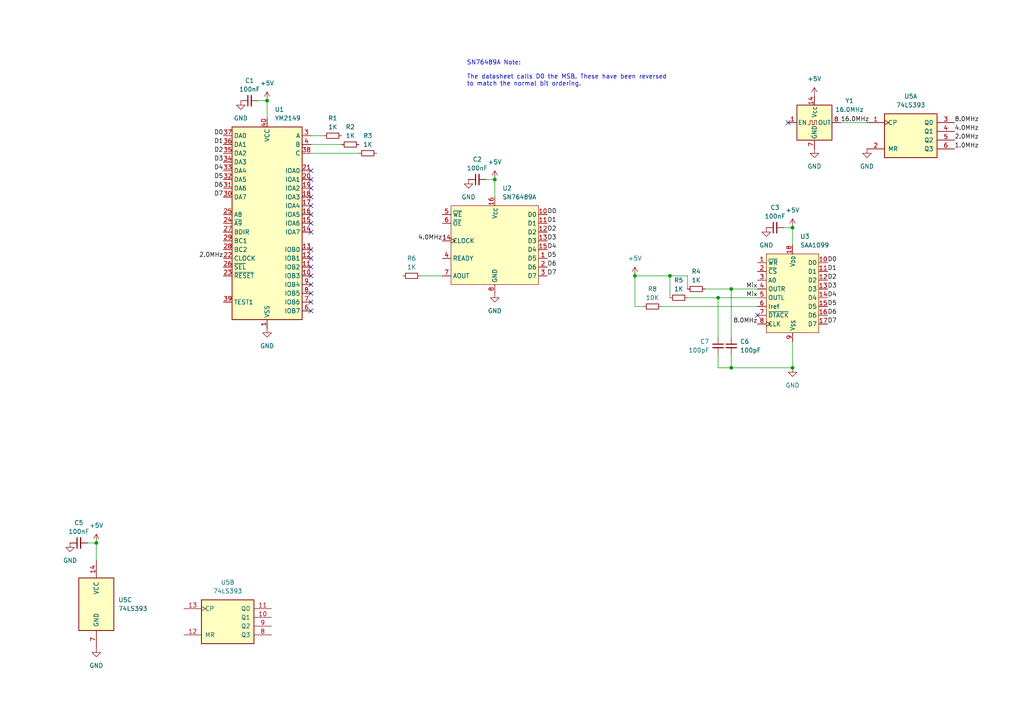
<source format=kicad_sch>
(kicad_sch
	(version 20231120)
	(generator "eeschema")
	(generator_version "8.0")
	(uuid "e62be0e3-6268-4ee6-9a69-4255cecfabc4")
	(paper "A4")
	(lib_symbols
		(symbol "0:SAA1099"
			(exclude_from_sim no)
			(in_bom yes)
			(on_board yes)
			(property "Reference" "U"
				(at 8.89 5.334 0)
				(effects
					(font
						(size 1.27 1.27)
					)
				)
			)
			(property "Value" "SAA1099"
				(at 8.89 3.048 0)
				(effects
					(font
						(size 1.27 1.27)
					)
				)
			)
			(property "Footprint" ""
				(at 0 0 0)
				(effects
					(font
						(size 1.27 1.27)
					)
					(hide yes)
				)
			)
			(property "Datasheet" ""
				(at 0 0 0)
				(effects
					(font
						(size 1.27 1.27)
					)
					(hide yes)
				)
			)
			(property "Description" ""
				(at 0 0 0)
				(effects
					(font
						(size 1.27 1.27)
					)
					(hide yes)
				)
			)
			(symbol "SAA1099_1_1"
				(rectangle
					(start -3.81 1.27)
					(end 11.43 -21.59)
					(stroke
						(width 0)
						(type default)
					)
					(fill
						(type background)
					)
				)
				(pin input line
					(at -6.35 -1.27 0)
					(length 2.54)
					(name "~{WR}"
						(effects
							(font
								(size 1.27 1.27)
							)
						)
					)
					(number "1"
						(effects
							(font
								(size 1.27 1.27)
							)
						)
					)
				)
				(pin input line
					(at 13.97 -1.27 180)
					(length 2.54)
					(name "D0"
						(effects
							(font
								(size 1.27 1.27)
							)
						)
					)
					(number "10"
						(effects
							(font
								(size 1.27 1.27)
							)
						)
					)
				)
				(pin input line
					(at 13.97 -3.81 180)
					(length 2.54)
					(name "D1"
						(effects
							(font
								(size 1.27 1.27)
							)
						)
					)
					(number "11"
						(effects
							(font
								(size 1.27 1.27)
							)
						)
					)
				)
				(pin input line
					(at 13.97 -6.35 180)
					(length 2.54)
					(name "D2"
						(effects
							(font
								(size 1.27 1.27)
							)
						)
					)
					(number "12"
						(effects
							(font
								(size 1.27 1.27)
							)
						)
					)
				)
				(pin input line
					(at 13.97 -8.89 180)
					(length 2.54)
					(name "D3"
						(effects
							(font
								(size 1.27 1.27)
							)
						)
					)
					(number "13"
						(effects
							(font
								(size 1.27 1.27)
							)
						)
					)
				)
				(pin input line
					(at 13.97 -11.43 180)
					(length 2.54)
					(name "D4"
						(effects
							(font
								(size 1.27 1.27)
							)
						)
					)
					(number "14"
						(effects
							(font
								(size 1.27 1.27)
							)
						)
					)
				)
				(pin input line
					(at 13.97 -13.97 180)
					(length 2.54)
					(name "D5"
						(effects
							(font
								(size 1.27 1.27)
							)
						)
					)
					(number "15"
						(effects
							(font
								(size 1.27 1.27)
							)
						)
					)
				)
				(pin input line
					(at 13.97 -16.51 180)
					(length 2.54)
					(name "D6"
						(effects
							(font
								(size 1.27 1.27)
							)
						)
					)
					(number "16"
						(effects
							(font
								(size 1.27 1.27)
							)
						)
					)
				)
				(pin input line
					(at 13.97 -19.05 180)
					(length 2.54)
					(name "D7"
						(effects
							(font
								(size 1.27 1.27)
							)
						)
					)
					(number "17"
						(effects
							(font
								(size 1.27 1.27)
							)
						)
					)
				)
				(pin power_in line
					(at 3.81 3.81 270)
					(length 2.54)
					(name "V_{DD}"
						(effects
							(font
								(size 1.27 1.27)
							)
						)
					)
					(number "18"
						(effects
							(font
								(size 1.27 1.27)
							)
						)
					)
				)
				(pin input line
					(at -6.35 -3.81 0)
					(length 2.54)
					(name "~{CS}"
						(effects
							(font
								(size 1.27 1.27)
							)
						)
					)
					(number "2"
						(effects
							(font
								(size 1.27 1.27)
							)
						)
					)
				)
				(pin input line
					(at -6.35 -6.35 0)
					(length 2.54)
					(name "A0"
						(effects
							(font
								(size 1.27 1.27)
							)
						)
					)
					(number "3"
						(effects
							(font
								(size 1.27 1.27)
							)
						)
					)
				)
				(pin output line
					(at -6.35 -8.89 0)
					(length 2.54)
					(name "OUTR"
						(effects
							(font
								(size 1.27 1.27)
							)
						)
					)
					(number "4"
						(effects
							(font
								(size 1.27 1.27)
							)
						)
					)
				)
				(pin output line
					(at -6.35 -11.43 0)
					(length 2.54)
					(name "OUTL"
						(effects
							(font
								(size 1.27 1.27)
							)
						)
					)
					(number "5"
						(effects
							(font
								(size 1.27 1.27)
							)
						)
					)
				)
				(pin input line
					(at -6.35 -13.97 0)
					(length 2.54)
					(name "Iref"
						(effects
							(font
								(size 1.27 1.27)
							)
						)
					)
					(number "6"
						(effects
							(font
								(size 1.27 1.27)
							)
						)
					)
				)
				(pin output line
					(at -6.35 -16.51 0)
					(length 2.54)
					(name "~{DTACK}"
						(effects
							(font
								(size 1.27 1.27)
							)
						)
					)
					(number "7"
						(effects
							(font
								(size 1.27 1.27)
							)
						)
					)
				)
				(pin output clock
					(at -6.35 -19.05 0)
					(length 2.54)
					(name "CLK"
						(effects
							(font
								(size 1.27 1.27)
							)
						)
					)
					(number "8"
						(effects
							(font
								(size 1.27 1.27)
							)
						)
					)
				)
				(pin power_in line
					(at 3.81 -24.13 90)
					(length 2.54)
					(name "V_{SS}"
						(effects
							(font
								(size 1.27 1.27)
							)
						)
					)
					(number "9"
						(effects
							(font
								(size 1.27 1.27)
							)
						)
					)
				)
			)
		)
		(symbol "0:SN76489A"
			(exclude_from_sim no)
			(in_bom yes)
			(on_board yes)
			(property "Reference" "U"
				(at 20.32 5.08 0)
				(effects
					(font
						(size 1.27 1.27)
					)
				)
			)
			(property "Value" "SN76489A"
				(at 20.574 3.048 0)
				(effects
					(font
						(size 1.27 1.27)
					)
				)
			)
			(property "Footprint" ""
				(at 3.81 1.27 0)
				(effects
					(font
						(size 1.27 1.27)
					)
					(hide yes)
				)
			)
			(property "Datasheet" ""
				(at 3.81 1.27 0)
				(effects
					(font
						(size 1.27 1.27)
					)
					(hide yes)
				)
			)
			(property "Description" ""
				(at 3.81 1.27 0)
				(effects
					(font
						(size 1.27 1.27)
					)
					(hide yes)
				)
			)
			(symbol "SN76489A_1_1"
				(rectangle
					(start 0 1.27)
					(end 25.4 -21.59)
					(stroke
						(width 0)
						(type default)
					)
					(fill
						(type background)
					)
				)
				(pin input line
					(at 27.94 -13.97 180)
					(length 2.54)
					(name "D5"
						(effects
							(font
								(size 1.27 1.27)
							)
						)
					)
					(number "1"
						(effects
							(font
								(size 1.27 1.27)
							)
						)
					)
				)
				(pin input line
					(at 27.94 -1.27 180)
					(length 2.54)
					(name "D0"
						(effects
							(font
								(size 1.27 1.27)
							)
						)
					)
					(number "10"
						(effects
							(font
								(size 1.27 1.27)
							)
						)
					)
				)
				(pin input line
					(at 27.94 -3.81 180)
					(length 2.54)
					(name "D1"
						(effects
							(font
								(size 1.27 1.27)
							)
						)
					)
					(number "11"
						(effects
							(font
								(size 1.27 1.27)
							)
						)
					)
				)
				(pin input line
					(at 27.94 -6.35 180)
					(length 2.54)
					(name "D2"
						(effects
							(font
								(size 1.27 1.27)
							)
						)
					)
					(number "12"
						(effects
							(font
								(size 1.27 1.27)
							)
						)
					)
				)
				(pin input line
					(at 27.94 -8.89 180)
					(length 2.54)
					(name "D3"
						(effects
							(font
								(size 1.27 1.27)
							)
						)
					)
					(number "13"
						(effects
							(font
								(size 1.27 1.27)
							)
						)
					)
				)
				(pin input clock
					(at -2.54 -8.89 0)
					(length 2.54)
					(name "CLOCK"
						(effects
							(font
								(size 1.27 1.27)
							)
						)
					)
					(number "14"
						(effects
							(font
								(size 1.27 1.27)
							)
						)
					)
				)
				(pin input line
					(at 27.94 -11.43 180)
					(length 2.54)
					(name "D4"
						(effects
							(font
								(size 1.27 1.27)
							)
						)
					)
					(number "15"
						(effects
							(font
								(size 1.27 1.27)
							)
						)
					)
				)
				(pin power_in line
					(at 12.7 3.81 270)
					(length 2.54)
					(name "V_{CC}"
						(effects
							(font
								(size 1.27 1.27)
							)
						)
					)
					(number "16"
						(effects
							(font
								(size 1.27 1.27)
							)
						)
					)
				)
				(pin input line
					(at 27.94 -16.51 180)
					(length 2.54)
					(name "D6"
						(effects
							(font
								(size 1.27 1.27)
							)
						)
					)
					(number "2"
						(effects
							(font
								(size 1.27 1.27)
							)
						)
					)
				)
				(pin input line
					(at 27.94 -19.05 180)
					(length 2.54)
					(name "D7"
						(effects
							(font
								(size 1.27 1.27)
							)
						)
					)
					(number "3"
						(effects
							(font
								(size 1.27 1.27)
							)
						)
					)
				)
				(pin output line
					(at -2.54 -13.97 0)
					(length 2.54)
					(name "READY"
						(effects
							(font
								(size 1.27 1.27)
							)
						)
					)
					(number "4"
						(effects
							(font
								(size 1.27 1.27)
							)
						)
					)
				)
				(pin input line
					(at -2.54 -1.27 0)
					(length 2.54)
					(name "~{WE}"
						(effects
							(font
								(size 1.27 1.27)
							)
						)
					)
					(number "5"
						(effects
							(font
								(size 1.27 1.27)
							)
						)
					)
				)
				(pin input line
					(at -2.54 -3.81 0)
					(length 2.54)
					(name "~{OE}"
						(effects
							(font
								(size 1.27 1.27)
							)
						)
					)
					(number "6"
						(effects
							(font
								(size 1.27 1.27)
							)
						)
					)
				)
				(pin output line
					(at -2.54 -19.05 0)
					(length 2.54)
					(name "AOUT"
						(effects
							(font
								(size 1.27 1.27)
							)
						)
					)
					(number "7"
						(effects
							(font
								(size 1.27 1.27)
							)
						)
					)
				)
				(pin power_in line
					(at 12.7 -24.13 90)
					(length 2.54)
					(name "GND"
						(effects
							(font
								(size 1.27 1.27)
							)
						)
					)
					(number "8"
						(effects
							(font
								(size 1.27 1.27)
							)
						)
					)
				)
				(pin no_connect line
					(at -2.54 -6.35 0)
					(length 2.54) hide
					(name "NC"
						(effects
							(font
								(size 1.27 1.27)
							)
						)
					)
					(number "9"
						(effects
							(font
								(size 1.27 1.27)
							)
						)
					)
				)
			)
		)
		(symbol "74xx:74LS393"
			(pin_names
				(offset 1.016)
			)
			(exclude_from_sim no)
			(in_bom yes)
			(on_board yes)
			(property "Reference" "U"
				(at -7.62 8.89 0)
				(effects
					(font
						(size 1.27 1.27)
					)
				)
			)
			(property "Value" "74LS393"
				(at -7.62 -8.89 0)
				(effects
					(font
						(size 1.27 1.27)
					)
				)
			)
			(property "Footprint" ""
				(at 0 0 0)
				(effects
					(font
						(size 1.27 1.27)
					)
					(hide yes)
				)
			)
			(property "Datasheet" "74xx\\74LS393.pdf"
				(at 0 0 0)
				(effects
					(font
						(size 1.27 1.27)
					)
					(hide yes)
				)
			)
			(property "Description" "Dual BCD 4-bit counter"
				(at 0 0 0)
				(effects
					(font
						(size 1.27 1.27)
					)
					(hide yes)
				)
			)
			(property "ki_locked" ""
				(at 0 0 0)
				(effects
					(font
						(size 1.27 1.27)
					)
				)
			)
			(property "ki_keywords" "TTL CNT CNT4"
				(at 0 0 0)
				(effects
					(font
						(size 1.27 1.27)
					)
					(hide yes)
				)
			)
			(property "ki_fp_filters" "DIP*W7.62mm*"
				(at 0 0 0)
				(effects
					(font
						(size 1.27 1.27)
					)
					(hide yes)
				)
			)
			(symbol "74LS393_1_0"
				(pin input clock
					(at -12.7 2.54 0)
					(length 5.08)
					(name "CP"
						(effects
							(font
								(size 1.27 1.27)
							)
						)
					)
					(number "1"
						(effects
							(font
								(size 1.27 1.27)
							)
						)
					)
				)
				(pin input line
					(at -12.7 -5.08 0)
					(length 5.08)
					(name "MR"
						(effects
							(font
								(size 1.27 1.27)
							)
						)
					)
					(number "2"
						(effects
							(font
								(size 1.27 1.27)
							)
						)
					)
				)
				(pin output line
					(at 12.7 2.54 180)
					(length 5.08)
					(name "Q0"
						(effects
							(font
								(size 1.27 1.27)
							)
						)
					)
					(number "3"
						(effects
							(font
								(size 1.27 1.27)
							)
						)
					)
				)
				(pin output line
					(at 12.7 0 180)
					(length 5.08)
					(name "Q1"
						(effects
							(font
								(size 1.27 1.27)
							)
						)
					)
					(number "4"
						(effects
							(font
								(size 1.27 1.27)
							)
						)
					)
				)
				(pin output line
					(at 12.7 -2.54 180)
					(length 5.08)
					(name "Q2"
						(effects
							(font
								(size 1.27 1.27)
							)
						)
					)
					(number "5"
						(effects
							(font
								(size 1.27 1.27)
							)
						)
					)
				)
				(pin output line
					(at 12.7 -5.08 180)
					(length 5.08)
					(name "Q3"
						(effects
							(font
								(size 1.27 1.27)
							)
						)
					)
					(number "6"
						(effects
							(font
								(size 1.27 1.27)
							)
						)
					)
				)
			)
			(symbol "74LS393_1_1"
				(rectangle
					(start -7.62 5.08)
					(end 7.62 -7.62)
					(stroke
						(width 0.254)
						(type default)
					)
					(fill
						(type background)
					)
				)
			)
			(symbol "74LS393_2_0"
				(pin output line
					(at 12.7 0 180)
					(length 5.08)
					(name "Q1"
						(effects
							(font
								(size 1.27 1.27)
							)
						)
					)
					(number "10"
						(effects
							(font
								(size 1.27 1.27)
							)
						)
					)
				)
				(pin output line
					(at 12.7 2.54 180)
					(length 5.08)
					(name "Q0"
						(effects
							(font
								(size 1.27 1.27)
							)
						)
					)
					(number "11"
						(effects
							(font
								(size 1.27 1.27)
							)
						)
					)
				)
				(pin input line
					(at -12.7 -5.08 0)
					(length 5.08)
					(name "MR"
						(effects
							(font
								(size 1.27 1.27)
							)
						)
					)
					(number "12"
						(effects
							(font
								(size 1.27 1.27)
							)
						)
					)
				)
				(pin input clock
					(at -12.7 2.54 0)
					(length 5.08)
					(name "CP"
						(effects
							(font
								(size 1.27 1.27)
							)
						)
					)
					(number "13"
						(effects
							(font
								(size 1.27 1.27)
							)
						)
					)
				)
				(pin output line
					(at 12.7 -5.08 180)
					(length 5.08)
					(name "Q3"
						(effects
							(font
								(size 1.27 1.27)
							)
						)
					)
					(number "8"
						(effects
							(font
								(size 1.27 1.27)
							)
						)
					)
				)
				(pin output line
					(at 12.7 -2.54 180)
					(length 5.08)
					(name "Q2"
						(effects
							(font
								(size 1.27 1.27)
							)
						)
					)
					(number "9"
						(effects
							(font
								(size 1.27 1.27)
							)
						)
					)
				)
			)
			(symbol "74LS393_2_1"
				(rectangle
					(start -7.62 5.08)
					(end 7.62 -7.62)
					(stroke
						(width 0.254)
						(type default)
					)
					(fill
						(type background)
					)
				)
			)
			(symbol "74LS393_3_0"
				(pin power_in line
					(at 0 12.7 270)
					(length 5.08)
					(name "VCC"
						(effects
							(font
								(size 1.27 1.27)
							)
						)
					)
					(number "14"
						(effects
							(font
								(size 1.27 1.27)
							)
						)
					)
				)
				(pin power_in line
					(at 0 -12.7 90)
					(length 5.08)
					(name "GND"
						(effects
							(font
								(size 1.27 1.27)
							)
						)
					)
					(number "7"
						(effects
							(font
								(size 1.27 1.27)
							)
						)
					)
				)
			)
			(symbol "74LS393_3_1"
				(rectangle
					(start -5.08 7.62)
					(end 5.08 -7.62)
					(stroke
						(width 0.254)
						(type default)
					)
					(fill
						(type background)
					)
				)
			)
		)
		(symbol "Audio:YM2149"
			(exclude_from_sim no)
			(in_bom yes)
			(on_board yes)
			(property "Reference" "U"
				(at -10.16 29.21 0)
				(effects
					(font
						(size 1.27 1.27)
					)
				)
			)
			(property "Value" "YM2149"
				(at 3.81 29.21 0)
				(effects
					(font
						(size 1.27 1.27)
					)
				)
			)
			(property "Footprint" "Package_DIP:DIP-40_W15.24mm"
				(at 16.51 -35.56 0)
				(effects
					(font
						(size 1.27 1.27)
					)
					(hide yes)
				)
			)
			(property "Datasheet" "http://www.ym2149.com/ym2149.pdf"
				(at 0 0 0)
				(effects
					(font
						(size 1.27 1.27)
					)
					(hide yes)
				)
			)
			(property "Description" "Software-Controlled Sound Generator, DIP-40"
				(at 0 0 0)
				(effects
					(font
						(size 1.27 1.27)
					)
					(hide yes)
				)
			)
			(property "ki_keywords" "audio ssg 3ch"
				(at 0 0 0)
				(effects
					(font
						(size 1.27 1.27)
					)
					(hide yes)
				)
			)
			(property "ki_fp_filters" "DIP*W15.24mm*"
				(at 0 0 0)
				(effects
					(font
						(size 1.27 1.27)
					)
					(hide yes)
				)
			)
			(symbol "YM2149_0_1"
				(rectangle
					(start -10.16 27.94)
					(end 10.16 -27.94)
					(stroke
						(width 0.254)
						(type default)
					)
					(fill
						(type background)
					)
				)
			)
			(symbol "YM2149_1_1"
				(pin power_in line
					(at 0 -30.48 90)
					(length 2.54)
					(name "VSS"
						(effects
							(font
								(size 1.27 1.27)
							)
						)
					)
					(number "1"
						(effects
							(font
								(size 1.27 1.27)
							)
						)
					)
				)
				(pin bidirectional line
					(at 12.7 -15.24 180)
					(length 2.54)
					(name "IOB3"
						(effects
							(font
								(size 1.27 1.27)
							)
						)
					)
					(number "10"
						(effects
							(font
								(size 1.27 1.27)
							)
						)
					)
				)
				(pin bidirectional line
					(at 12.7 -12.7 180)
					(length 2.54)
					(name "IOB2"
						(effects
							(font
								(size 1.27 1.27)
							)
						)
					)
					(number "11"
						(effects
							(font
								(size 1.27 1.27)
							)
						)
					)
				)
				(pin bidirectional line
					(at 12.7 -10.16 180)
					(length 2.54)
					(name "IOB1"
						(effects
							(font
								(size 1.27 1.27)
							)
						)
					)
					(number "12"
						(effects
							(font
								(size 1.27 1.27)
							)
						)
					)
				)
				(pin bidirectional line
					(at 12.7 -7.62 180)
					(length 2.54)
					(name "IOB0"
						(effects
							(font
								(size 1.27 1.27)
							)
						)
					)
					(number "13"
						(effects
							(font
								(size 1.27 1.27)
							)
						)
					)
				)
				(pin bidirectional line
					(at 12.7 -2.54 180)
					(length 2.54)
					(name "IOA7"
						(effects
							(font
								(size 1.27 1.27)
							)
						)
					)
					(number "14"
						(effects
							(font
								(size 1.27 1.27)
							)
						)
					)
				)
				(pin bidirectional line
					(at 12.7 0 180)
					(length 2.54)
					(name "IOA6"
						(effects
							(font
								(size 1.27 1.27)
							)
						)
					)
					(number "15"
						(effects
							(font
								(size 1.27 1.27)
							)
						)
					)
				)
				(pin bidirectional line
					(at 12.7 2.54 180)
					(length 2.54)
					(name "IOA5"
						(effects
							(font
								(size 1.27 1.27)
							)
						)
					)
					(number "16"
						(effects
							(font
								(size 1.27 1.27)
							)
						)
					)
				)
				(pin bidirectional line
					(at 12.7 5.08 180)
					(length 2.54)
					(name "IOA4"
						(effects
							(font
								(size 1.27 1.27)
							)
						)
					)
					(number "17"
						(effects
							(font
								(size 1.27 1.27)
							)
						)
					)
				)
				(pin bidirectional line
					(at 12.7 7.62 180)
					(length 2.54)
					(name "IOA3"
						(effects
							(font
								(size 1.27 1.27)
							)
						)
					)
					(number "18"
						(effects
							(font
								(size 1.27 1.27)
							)
						)
					)
				)
				(pin bidirectional line
					(at 12.7 10.16 180)
					(length 2.54)
					(name "IOA2"
						(effects
							(font
								(size 1.27 1.27)
							)
						)
					)
					(number "19"
						(effects
							(font
								(size 1.27 1.27)
							)
						)
					)
				)
				(pin no_connect line
					(at -10.16 -17.78 0)
					(length 2.54) hide
					(name "NC"
						(effects
							(font
								(size 1.27 1.27)
							)
						)
					)
					(number "2"
						(effects
							(font
								(size 1.27 1.27)
							)
						)
					)
				)
				(pin bidirectional line
					(at 12.7 12.7 180)
					(length 2.54)
					(name "IOA1"
						(effects
							(font
								(size 1.27 1.27)
							)
						)
					)
					(number "20"
						(effects
							(font
								(size 1.27 1.27)
							)
						)
					)
				)
				(pin bidirectional line
					(at 12.7 15.24 180)
					(length 2.54)
					(name "IOA0"
						(effects
							(font
								(size 1.27 1.27)
							)
						)
					)
					(number "21"
						(effects
							(font
								(size 1.27 1.27)
							)
						)
					)
				)
				(pin input line
					(at -12.7 -10.16 0)
					(length 2.54)
					(name "CLOCK"
						(effects
							(font
								(size 1.27 1.27)
							)
						)
					)
					(number "22"
						(effects
							(font
								(size 1.27 1.27)
							)
						)
					)
				)
				(pin input line
					(at -12.7 -15.24 0)
					(length 2.54)
					(name "~{RESET}"
						(effects
							(font
								(size 1.27 1.27)
							)
						)
					)
					(number "23"
						(effects
							(font
								(size 1.27 1.27)
							)
						)
					)
				)
				(pin input line
					(at -12.7 0 0)
					(length 2.54)
					(name "~{A9}"
						(effects
							(font
								(size 1.27 1.27)
							)
						)
					)
					(number "24"
						(effects
							(font
								(size 1.27 1.27)
							)
						)
					)
				)
				(pin input line
					(at -12.7 2.54 0)
					(length 2.54)
					(name "A8"
						(effects
							(font
								(size 1.27 1.27)
							)
						)
					)
					(number "25"
						(effects
							(font
								(size 1.27 1.27)
							)
						)
					)
				)
				(pin input line
					(at -12.7 -12.7 0)
					(length 2.54)
					(name "~{SEL}"
						(effects
							(font
								(size 1.27 1.27)
							)
						)
					)
					(number "26"
						(effects
							(font
								(size 1.27 1.27)
							)
						)
					)
				)
				(pin input line
					(at -12.7 -2.54 0)
					(length 2.54)
					(name "BDIR"
						(effects
							(font
								(size 1.27 1.27)
							)
						)
					)
					(number "27"
						(effects
							(font
								(size 1.27 1.27)
							)
						)
					)
				)
				(pin input line
					(at -12.7 -7.62 0)
					(length 2.54)
					(name "BC2"
						(effects
							(font
								(size 1.27 1.27)
							)
						)
					)
					(number "28"
						(effects
							(font
								(size 1.27 1.27)
							)
						)
					)
				)
				(pin input line
					(at -12.7 -5.08 0)
					(length 2.54)
					(name "BC1"
						(effects
							(font
								(size 1.27 1.27)
							)
						)
					)
					(number "29"
						(effects
							(font
								(size 1.27 1.27)
							)
						)
					)
				)
				(pin output line
					(at 12.7 25.4 180)
					(length 2.54)
					(name "A"
						(effects
							(font
								(size 1.27 1.27)
							)
						)
					)
					(number "3"
						(effects
							(font
								(size 1.27 1.27)
							)
						)
					)
				)
				(pin bidirectional line
					(at -12.7 7.62 0)
					(length 2.54)
					(name "DA7"
						(effects
							(font
								(size 1.27 1.27)
							)
						)
					)
					(number "30"
						(effects
							(font
								(size 1.27 1.27)
							)
						)
					)
				)
				(pin bidirectional line
					(at -12.7 10.16 0)
					(length 2.54)
					(name "DA6"
						(effects
							(font
								(size 1.27 1.27)
							)
						)
					)
					(number "31"
						(effects
							(font
								(size 1.27 1.27)
							)
						)
					)
				)
				(pin bidirectional line
					(at -12.7 12.7 0)
					(length 2.54)
					(name "DA5"
						(effects
							(font
								(size 1.27 1.27)
							)
						)
					)
					(number "32"
						(effects
							(font
								(size 1.27 1.27)
							)
						)
					)
				)
				(pin bidirectional line
					(at -12.7 15.24 0)
					(length 2.54)
					(name "DA4"
						(effects
							(font
								(size 1.27 1.27)
							)
						)
					)
					(number "33"
						(effects
							(font
								(size 1.27 1.27)
							)
						)
					)
				)
				(pin bidirectional line
					(at -12.7 17.78 0)
					(length 2.54)
					(name "DA3"
						(effects
							(font
								(size 1.27 1.27)
							)
						)
					)
					(number "34"
						(effects
							(font
								(size 1.27 1.27)
							)
						)
					)
				)
				(pin bidirectional line
					(at -12.7 20.32 0)
					(length 2.54)
					(name "DA2"
						(effects
							(font
								(size 1.27 1.27)
							)
						)
					)
					(number "35"
						(effects
							(font
								(size 1.27 1.27)
							)
						)
					)
				)
				(pin bidirectional line
					(at -12.7 22.86 0)
					(length 2.54)
					(name "DA1"
						(effects
							(font
								(size 1.27 1.27)
							)
						)
					)
					(number "36"
						(effects
							(font
								(size 1.27 1.27)
							)
						)
					)
				)
				(pin bidirectional line
					(at -12.7 25.4 0)
					(length 2.54)
					(name "DA0"
						(effects
							(font
								(size 1.27 1.27)
							)
						)
					)
					(number "37"
						(effects
							(font
								(size 1.27 1.27)
							)
						)
					)
				)
				(pin output line
					(at 12.7 20.32 180)
					(length 2.54)
					(name "C"
						(effects
							(font
								(size 1.27 1.27)
							)
						)
					)
					(number "38"
						(effects
							(font
								(size 1.27 1.27)
							)
						)
					)
				)
				(pin passive line
					(at -12.7 -22.86 0)
					(length 2.54)
					(name "TEST1"
						(effects
							(font
								(size 1.27 1.27)
							)
						)
					)
					(number "39"
						(effects
							(font
								(size 1.27 1.27)
							)
						)
					)
				)
				(pin output line
					(at 12.7 22.86 180)
					(length 2.54)
					(name "B"
						(effects
							(font
								(size 1.27 1.27)
							)
						)
					)
					(number "4"
						(effects
							(font
								(size 1.27 1.27)
							)
						)
					)
				)
				(pin power_in line
					(at 0 30.48 270)
					(length 2.54)
					(name "VCC"
						(effects
							(font
								(size 1.27 1.27)
							)
						)
					)
					(number "40"
						(effects
							(font
								(size 1.27 1.27)
							)
						)
					)
				)
				(pin no_connect line
					(at -10.16 -20.32 0)
					(length 2.54) hide
					(name "NC"
						(effects
							(font
								(size 1.27 1.27)
							)
						)
					)
					(number "5"
						(effects
							(font
								(size 1.27 1.27)
							)
						)
					)
				)
				(pin bidirectional line
					(at 12.7 -25.4 180)
					(length 2.54)
					(name "IOB7"
						(effects
							(font
								(size 1.27 1.27)
							)
						)
					)
					(number "6"
						(effects
							(font
								(size 1.27 1.27)
							)
						)
					)
				)
				(pin bidirectional line
					(at 12.7 -22.86 180)
					(length 2.54)
					(name "IOB6"
						(effects
							(font
								(size 1.27 1.27)
							)
						)
					)
					(number "7"
						(effects
							(font
								(size 1.27 1.27)
							)
						)
					)
				)
				(pin bidirectional line
					(at 12.7 -20.32 180)
					(length 2.54)
					(name "IOB5"
						(effects
							(font
								(size 1.27 1.27)
							)
						)
					)
					(number "8"
						(effects
							(font
								(size 1.27 1.27)
							)
						)
					)
				)
				(pin bidirectional line
					(at 12.7 -17.78 180)
					(length 2.54)
					(name "IOB4"
						(effects
							(font
								(size 1.27 1.27)
							)
						)
					)
					(number "9"
						(effects
							(font
								(size 1.27 1.27)
							)
						)
					)
				)
			)
		)
		(symbol "Device:C_Small"
			(pin_numbers hide)
			(pin_names
				(offset 0.254) hide)
			(exclude_from_sim no)
			(in_bom yes)
			(on_board yes)
			(property "Reference" "C"
				(at 0.254 1.778 0)
				(effects
					(font
						(size 1.27 1.27)
					)
					(justify left)
				)
			)
			(property "Value" "C_Small"
				(at 0.254 -2.032 0)
				(effects
					(font
						(size 1.27 1.27)
					)
					(justify left)
				)
			)
			(property "Footprint" ""
				(at 0 0 0)
				(effects
					(font
						(size 1.27 1.27)
					)
					(hide yes)
				)
			)
			(property "Datasheet" "~"
				(at 0 0 0)
				(effects
					(font
						(size 1.27 1.27)
					)
					(hide yes)
				)
			)
			(property "Description" "Unpolarized capacitor, small symbol"
				(at 0 0 0)
				(effects
					(font
						(size 1.27 1.27)
					)
					(hide yes)
				)
			)
			(property "ki_keywords" "capacitor cap"
				(at 0 0 0)
				(effects
					(font
						(size 1.27 1.27)
					)
					(hide yes)
				)
			)
			(property "ki_fp_filters" "C_*"
				(at 0 0 0)
				(effects
					(font
						(size 1.27 1.27)
					)
					(hide yes)
				)
			)
			(symbol "C_Small_0_1"
				(polyline
					(pts
						(xy -1.524 -0.508) (xy 1.524 -0.508)
					)
					(stroke
						(width 0.3302)
						(type default)
					)
					(fill
						(type none)
					)
				)
				(polyline
					(pts
						(xy -1.524 0.508) (xy 1.524 0.508)
					)
					(stroke
						(width 0.3048)
						(type default)
					)
					(fill
						(type none)
					)
				)
			)
			(symbol "C_Small_1_1"
				(pin passive line
					(at 0 2.54 270)
					(length 2.032)
					(name "~"
						(effects
							(font
								(size 1.27 1.27)
							)
						)
					)
					(number "1"
						(effects
							(font
								(size 1.27 1.27)
							)
						)
					)
				)
				(pin passive line
					(at 0 -2.54 90)
					(length 2.032)
					(name "~"
						(effects
							(font
								(size 1.27 1.27)
							)
						)
					)
					(number "2"
						(effects
							(font
								(size 1.27 1.27)
							)
						)
					)
				)
			)
		)
		(symbol "Device:R_Small"
			(pin_numbers hide)
			(pin_names
				(offset 0.254) hide)
			(exclude_from_sim no)
			(in_bom yes)
			(on_board yes)
			(property "Reference" "R"
				(at 0.762 0.508 0)
				(effects
					(font
						(size 1.27 1.27)
					)
					(justify left)
				)
			)
			(property "Value" "R_Small"
				(at 0.762 -1.016 0)
				(effects
					(font
						(size 1.27 1.27)
					)
					(justify left)
				)
			)
			(property "Footprint" ""
				(at 0 0 0)
				(effects
					(font
						(size 1.27 1.27)
					)
					(hide yes)
				)
			)
			(property "Datasheet" "~"
				(at 0 0 0)
				(effects
					(font
						(size 1.27 1.27)
					)
					(hide yes)
				)
			)
			(property "Description" "Resistor, small symbol"
				(at 0 0 0)
				(effects
					(font
						(size 1.27 1.27)
					)
					(hide yes)
				)
			)
			(property "ki_keywords" "R resistor"
				(at 0 0 0)
				(effects
					(font
						(size 1.27 1.27)
					)
					(hide yes)
				)
			)
			(property "ki_fp_filters" "R_*"
				(at 0 0 0)
				(effects
					(font
						(size 1.27 1.27)
					)
					(hide yes)
				)
			)
			(symbol "R_Small_0_1"
				(rectangle
					(start -0.762 1.778)
					(end 0.762 -1.778)
					(stroke
						(width 0.2032)
						(type default)
					)
					(fill
						(type none)
					)
				)
			)
			(symbol "R_Small_1_1"
				(pin passive line
					(at 0 2.54 270)
					(length 0.762)
					(name "~"
						(effects
							(font
								(size 1.27 1.27)
							)
						)
					)
					(number "1"
						(effects
							(font
								(size 1.27 1.27)
							)
						)
					)
				)
				(pin passive line
					(at 0 -2.54 90)
					(length 0.762)
					(name "~"
						(effects
							(font
								(size 1.27 1.27)
							)
						)
					)
					(number "2"
						(effects
							(font
								(size 1.27 1.27)
							)
						)
					)
				)
			)
		)
		(symbol "Oscillator:CXO_DIP14"
			(pin_names
				(offset 0.254)
			)
			(exclude_from_sim no)
			(in_bom yes)
			(on_board yes)
			(property "Reference" "Y"
				(at -5.08 6.35 0)
				(effects
					(font
						(size 1.27 1.27)
					)
					(justify left)
				)
			)
			(property "Value" "CXO_DIP14"
				(at 1.27 -6.35 0)
				(effects
					(font
						(size 1.27 1.27)
					)
					(justify left)
				)
			)
			(property "Footprint" "Oscillator:Oscillator_DIP-14"
				(at 11.43 -8.89 0)
				(effects
					(font
						(size 1.27 1.27)
					)
					(hide yes)
				)
			)
			(property "Datasheet" "http://cdn-reichelt.de/documents/datenblatt/B400/OSZI.pdf"
				(at -2.54 0 0)
				(effects
					(font
						(size 1.27 1.27)
					)
					(hide yes)
				)
			)
			(property "Description" "Crystal Clock Oscillator, DIP14-style metal package"
				(at 0 0 0)
				(effects
					(font
						(size 1.27 1.27)
					)
					(hide yes)
				)
			)
			(property "ki_keywords" "Crystal Clock Oscillator"
				(at 0 0 0)
				(effects
					(font
						(size 1.27 1.27)
					)
					(hide yes)
				)
			)
			(property "ki_fp_filters" "Oscillator*DIP*14*"
				(at 0 0 0)
				(effects
					(font
						(size 1.27 1.27)
					)
					(hide yes)
				)
			)
			(symbol "CXO_DIP14_0_1"
				(rectangle
					(start -5.08 5.08)
					(end 5.08 -5.08)
					(stroke
						(width 0.254)
						(type default)
					)
					(fill
						(type background)
					)
				)
				(polyline
					(pts
						(xy -1.905 -0.635) (xy -1.27 -0.635) (xy -1.27 0.635) (xy -0.635 0.635) (xy -0.635 -0.635) (xy 0 -0.635)
						(xy 0 0.635) (xy 0.635 0.635) (xy 0.635 -0.635)
					)
					(stroke
						(width 0)
						(type default)
					)
					(fill
						(type none)
					)
				)
			)
			(symbol "CXO_DIP14_1_1"
				(pin input line
					(at -7.62 0 0)
					(length 2.54)
					(name "EN"
						(effects
							(font
								(size 1.27 1.27)
							)
						)
					)
					(number "1"
						(effects
							(font
								(size 1.27 1.27)
							)
						)
					)
				)
				(pin power_in line
					(at 0 7.62 270)
					(length 2.54)
					(name "Vcc"
						(effects
							(font
								(size 1.27 1.27)
							)
						)
					)
					(number "14"
						(effects
							(font
								(size 1.27 1.27)
							)
						)
					)
				)
				(pin power_in line
					(at 0 -7.62 90)
					(length 2.54)
					(name "GND"
						(effects
							(font
								(size 1.27 1.27)
							)
						)
					)
					(number "7"
						(effects
							(font
								(size 1.27 1.27)
							)
						)
					)
				)
				(pin output line
					(at 7.62 0 180)
					(length 2.54)
					(name "OUT"
						(effects
							(font
								(size 1.27 1.27)
							)
						)
					)
					(number "8"
						(effects
							(font
								(size 1.27 1.27)
							)
						)
					)
				)
			)
		)
		(symbol "power:+5V"
			(power)
			(pin_numbers hide)
			(pin_names
				(offset 0) hide)
			(exclude_from_sim no)
			(in_bom yes)
			(on_board yes)
			(property "Reference" "#PWR"
				(at 0 -3.81 0)
				(effects
					(font
						(size 1.27 1.27)
					)
					(hide yes)
				)
			)
			(property "Value" "+5V"
				(at 0 3.556 0)
				(effects
					(font
						(size 1.27 1.27)
					)
				)
			)
			(property "Footprint" ""
				(at 0 0 0)
				(effects
					(font
						(size 1.27 1.27)
					)
					(hide yes)
				)
			)
			(property "Datasheet" ""
				(at 0 0 0)
				(effects
					(font
						(size 1.27 1.27)
					)
					(hide yes)
				)
			)
			(property "Description" "Power symbol creates a global label with name \"+5V\""
				(at 0 0 0)
				(effects
					(font
						(size 1.27 1.27)
					)
					(hide yes)
				)
			)
			(property "ki_keywords" "global power"
				(at 0 0 0)
				(effects
					(font
						(size 1.27 1.27)
					)
					(hide yes)
				)
			)
			(symbol "+5V_0_1"
				(polyline
					(pts
						(xy -0.762 1.27) (xy 0 2.54)
					)
					(stroke
						(width 0)
						(type default)
					)
					(fill
						(type none)
					)
				)
				(polyline
					(pts
						(xy 0 0) (xy 0 2.54)
					)
					(stroke
						(width 0)
						(type default)
					)
					(fill
						(type none)
					)
				)
				(polyline
					(pts
						(xy 0 2.54) (xy 0.762 1.27)
					)
					(stroke
						(width 0)
						(type default)
					)
					(fill
						(type none)
					)
				)
			)
			(symbol "+5V_1_1"
				(pin power_in line
					(at 0 0 90)
					(length 0)
					(name "~"
						(effects
							(font
								(size 1.27 1.27)
							)
						)
					)
					(number "1"
						(effects
							(font
								(size 1.27 1.27)
							)
						)
					)
				)
			)
		)
		(symbol "power:GND"
			(power)
			(pin_numbers hide)
			(pin_names
				(offset 0) hide)
			(exclude_from_sim no)
			(in_bom yes)
			(on_board yes)
			(property "Reference" "#PWR"
				(at 0 -6.35 0)
				(effects
					(font
						(size 1.27 1.27)
					)
					(hide yes)
				)
			)
			(property "Value" "GND"
				(at 0 -3.81 0)
				(effects
					(font
						(size 1.27 1.27)
					)
				)
			)
			(property "Footprint" ""
				(at 0 0 0)
				(effects
					(font
						(size 1.27 1.27)
					)
					(hide yes)
				)
			)
			(property "Datasheet" ""
				(at 0 0 0)
				(effects
					(font
						(size 1.27 1.27)
					)
					(hide yes)
				)
			)
			(property "Description" "Power symbol creates a global label with name \"GND\" , ground"
				(at 0 0 0)
				(effects
					(font
						(size 1.27 1.27)
					)
					(hide yes)
				)
			)
			(property "ki_keywords" "global power"
				(at 0 0 0)
				(effects
					(font
						(size 1.27 1.27)
					)
					(hide yes)
				)
			)
			(symbol "GND_0_1"
				(polyline
					(pts
						(xy 0 0) (xy 0 -1.27) (xy 1.27 -1.27) (xy 0 -2.54) (xy -1.27 -1.27) (xy 0 -1.27)
					)
					(stroke
						(width 0)
						(type default)
					)
					(fill
						(type none)
					)
				)
			)
			(symbol "GND_1_1"
				(pin power_in line
					(at 0 0 270)
					(length 0)
					(name "~"
						(effects
							(font
								(size 1.27 1.27)
							)
						)
					)
					(number "1"
						(effects
							(font
								(size 1.27 1.27)
							)
						)
					)
				)
			)
		)
	)
	(junction
		(at 27.94 157.48)
		(diameter 0)
		(color 0 0 0 0)
		(uuid "05a55d73-c508-4877-b2af-b274edf32db2")
	)
	(junction
		(at 229.87 106.68)
		(diameter 0)
		(color 0 0 0 0)
		(uuid "0e937b86-60d9-4d0f-ab98-47ab1ccf530b")
	)
	(junction
		(at 212.09 83.82)
		(diameter 0)
		(color 0 0 0 0)
		(uuid "15620b91-733e-435a-ba8c-5c2bf876d339")
	)
	(junction
		(at 229.87 66.04)
		(diameter 0)
		(color 0 0 0 0)
		(uuid "3b4fd0ee-4824-4791-ac5d-deb73e413ad1")
	)
	(junction
		(at 77.47 29.21)
		(diameter 0)
		(color 0 0 0 0)
		(uuid "4a8b0524-ba83-401d-bcc2-79f4257845ce")
	)
	(junction
		(at 184.15 80.01)
		(diameter 0)
		(color 0 0 0 0)
		(uuid "54b8cb6c-d88d-4226-81e1-e45523d97f07")
	)
	(junction
		(at 212.09 106.68)
		(diameter 0)
		(color 0 0 0 0)
		(uuid "6f2c62ef-0b56-41e6-add4-102760225cce")
	)
	(junction
		(at 194.31 80.01)
		(diameter 0)
		(color 0 0 0 0)
		(uuid "c7bff3ca-7eb4-4721-87a7-21abf8d1a4c8")
	)
	(junction
		(at 208.28 86.36)
		(diameter 0)
		(color 0 0 0 0)
		(uuid "dbf9aded-025b-44b6-b6d1-ed125af1bd64")
	)
	(junction
		(at 143.51 52.07)
		(diameter 0)
		(color 0 0 0 0)
		(uuid "fcb907ac-6fc5-4321-9327-443f4f8589a0")
	)
	(no_connect
		(at 90.17 52.07)
		(uuid "0935b1b9-fd45-4ebe-9b0b-c46efa34801a")
	)
	(no_connect
		(at 90.17 64.77)
		(uuid "0f4790ea-25b2-466b-8035-968caebd6cc2")
	)
	(no_connect
		(at 90.17 77.47)
		(uuid "26e7e9ce-97e7-411c-8284-9523d850bee7")
	)
	(no_connect
		(at 90.17 54.61)
		(uuid "27e8708b-cc58-4bd7-8553-fcb4154acffb")
	)
	(no_connect
		(at 90.17 49.53)
		(uuid "2a39efc6-0658-4691-aa81-c4044d22d915")
	)
	(no_connect
		(at 90.17 62.23)
		(uuid "2b482da1-b61b-4031-9d39-64961d6742ae")
	)
	(no_connect
		(at 90.17 72.39)
		(uuid "3b1b7152-1cfb-4677-8e6a-40f85bc6c0bd")
	)
	(no_connect
		(at 90.17 87.63)
		(uuid "54e5bbb3-6fe3-429c-8bdd-640f83b2a1c5")
	)
	(no_connect
		(at 90.17 80.01)
		(uuid "5c72d7aa-529b-4c2a-b5ab-90d8458a47a8")
	)
	(no_connect
		(at 228.6 35.56)
		(uuid "64112da4-e143-4b04-be39-a171896f9ce0")
	)
	(no_connect
		(at 90.17 82.55)
		(uuid "840e1a94-2640-4b2d-bb4c-e3a8fe2e490d")
	)
	(no_connect
		(at 90.17 74.93)
		(uuid "88710106-4a2f-4b7c-a152-ded8eda62354")
	)
	(no_connect
		(at 90.17 57.15)
		(uuid "a257a90d-ffe2-4740-a0df-65fb58debd67")
	)
	(no_connect
		(at 90.17 90.17)
		(uuid "ba90c726-ff65-4a1f-a716-a22ff36711d0")
	)
	(no_connect
		(at 90.17 59.69)
		(uuid "c3f67294-3b5c-4990-ab50-4bf1cbf3d41f")
	)
	(no_connect
		(at 90.17 67.31)
		(uuid "e0078a8a-1ff5-4cd8-8677-5c3ed12f69e3")
	)
	(no_connect
		(at 90.17 85.09)
		(uuid "e24d912f-f69c-4976-873a-4cff6def466d")
	)
	(no_connect
		(at 219.71 91.44)
		(uuid "f00ace03-ae2d-406e-88a2-f7c2e1cfd308")
	)
	(wire
		(pts
			(xy 184.15 88.9) (xy 184.15 80.01)
		)
		(stroke
			(width 0)
			(type default)
		)
		(uuid "03cf0071-75d0-4b2a-9e51-147f2f3b8aa3")
	)
	(wire
		(pts
			(xy 199.39 86.36) (xy 208.28 86.36)
		)
		(stroke
			(width 0)
			(type default)
		)
		(uuid "14561a8d-d03c-4c1b-9790-33e353fbdad7")
	)
	(wire
		(pts
			(xy 227.33 66.04) (xy 229.87 66.04)
		)
		(stroke
			(width 0)
			(type default)
		)
		(uuid "1d8dfa45-2a88-46b1-89a7-68af02907a40")
	)
	(wire
		(pts
			(xy 212.09 102.87) (xy 212.09 106.68)
		)
		(stroke
			(width 0)
			(type default)
		)
		(uuid "3a3b753c-8628-42ef-b87d-50a8038e6111")
	)
	(wire
		(pts
			(xy 121.92 80.01) (xy 128.27 80.01)
		)
		(stroke
			(width 0)
			(type default)
		)
		(uuid "41341798-3ccb-4181-a619-14adc9b9e9d3")
	)
	(wire
		(pts
			(xy 194.31 86.36) (xy 194.31 80.01)
		)
		(stroke
			(width 0)
			(type default)
		)
		(uuid "4256959a-e3c8-4288-88e3-0edca82c9ab3")
	)
	(wire
		(pts
			(xy 143.51 52.07) (xy 143.51 57.15)
		)
		(stroke
			(width 0)
			(type default)
		)
		(uuid "4dc1e095-2079-4f44-95f3-556d02dcf8dc")
	)
	(wire
		(pts
			(xy 140.97 52.07) (xy 143.51 52.07)
		)
		(stroke
			(width 0)
			(type default)
		)
		(uuid "4fc5ed56-f8da-4a82-ba51-fcfe42c66236")
	)
	(wire
		(pts
			(xy 90.17 39.37) (xy 93.98 39.37)
		)
		(stroke
			(width 0)
			(type default)
		)
		(uuid "598cb657-e862-4fa6-abfb-493876518a63")
	)
	(wire
		(pts
			(xy 212.09 106.68) (xy 229.87 106.68)
		)
		(stroke
			(width 0)
			(type default)
		)
		(uuid "7191f6dc-5da0-4c00-b664-5ba70b0659cc")
	)
	(wire
		(pts
			(xy 229.87 66.04) (xy 229.87 71.12)
		)
		(stroke
			(width 0)
			(type default)
		)
		(uuid "744f62f0-9ae0-4bc0-873b-9d3eafb0015d")
	)
	(wire
		(pts
			(xy 186.69 88.9) (xy 184.15 88.9)
		)
		(stroke
			(width 0)
			(type default)
		)
		(uuid "7f0def4e-1ce9-48fc-8e10-2b1dc5c482f7")
	)
	(wire
		(pts
			(xy 90.17 41.91) (xy 99.06 41.91)
		)
		(stroke
			(width 0)
			(type default)
		)
		(uuid "82fc2f20-7be9-4adb-9fdc-9e68a55675a1")
	)
	(wire
		(pts
			(xy 90.17 44.45) (xy 104.14 44.45)
		)
		(stroke
			(width 0)
			(type default)
		)
		(uuid "8d48c7f5-b063-453c-a990-e664ed688499")
	)
	(wire
		(pts
			(xy 199.39 83.82) (xy 199.39 80.01)
		)
		(stroke
			(width 0)
			(type default)
		)
		(uuid "96d5b42b-3dc7-47b7-95cb-069daf667402")
	)
	(wire
		(pts
			(xy 199.39 80.01) (xy 194.31 80.01)
		)
		(stroke
			(width 0)
			(type default)
		)
		(uuid "a63488b6-4331-42c8-aea6-149687b1ae5a")
	)
	(wire
		(pts
			(xy 74.93 29.21) (xy 77.47 29.21)
		)
		(stroke
			(width 0)
			(type default)
		)
		(uuid "a683acb3-d593-42a1-a213-502bdb4bf8e7")
	)
	(wire
		(pts
			(xy 77.47 29.21) (xy 77.47 34.29)
		)
		(stroke
			(width 0)
			(type default)
		)
		(uuid "ac700358-87ab-4854-a598-4386a410fa23")
	)
	(wire
		(pts
			(xy 208.28 86.36) (xy 219.71 86.36)
		)
		(stroke
			(width 0)
			(type default)
		)
		(uuid "ac730d7f-f6d2-4c33-a23a-01f4b7e8bc29")
	)
	(wire
		(pts
			(xy 191.77 88.9) (xy 219.71 88.9)
		)
		(stroke
			(width 0)
			(type default)
		)
		(uuid "b4c7dedd-1616-4b34-a39a-be0bfb17163e")
	)
	(wire
		(pts
			(xy 194.31 80.01) (xy 184.15 80.01)
		)
		(stroke
			(width 0)
			(type default)
		)
		(uuid "b6c69f2b-cbcf-44a9-a80a-163f7843dd9d")
	)
	(wire
		(pts
			(xy 27.94 157.48) (xy 27.94 162.56)
		)
		(stroke
			(width 0)
			(type default)
		)
		(uuid "b8116ec8-2598-484e-83f6-3ea6aa6a5f56")
	)
	(wire
		(pts
			(xy 243.84 35.56) (xy 251.46 35.56)
		)
		(stroke
			(width 0)
			(type default)
		)
		(uuid "c64dd48b-886c-406f-b579-1e67e71e1ec5")
	)
	(wire
		(pts
			(xy 208.28 102.87) (xy 208.28 106.68)
		)
		(stroke
			(width 0)
			(type default)
		)
		(uuid "cd11e7de-6134-4339-a159-30f49f85fcdb")
	)
	(wire
		(pts
			(xy 208.28 106.68) (xy 212.09 106.68)
		)
		(stroke
			(width 0)
			(type default)
		)
		(uuid "d8135b17-7386-4cf6-b4a0-43c96928847a")
	)
	(wire
		(pts
			(xy 212.09 83.82) (xy 219.71 83.82)
		)
		(stroke
			(width 0)
			(type default)
		)
		(uuid "d8a8b2ee-1c47-4a5e-ae0a-72ecbbae5600")
	)
	(wire
		(pts
			(xy 212.09 83.82) (xy 212.09 97.79)
		)
		(stroke
			(width 0)
			(type default)
		)
		(uuid "e2fd972e-f632-4fb3-bcd4-052524792bcb")
	)
	(wire
		(pts
			(xy 25.4 157.48) (xy 27.94 157.48)
		)
		(stroke
			(width 0)
			(type default)
		)
		(uuid "e5500dd6-1496-47bf-9b95-765db1341fb0")
	)
	(wire
		(pts
			(xy 208.28 86.36) (xy 208.28 97.79)
		)
		(stroke
			(width 0)
			(type default)
		)
		(uuid "f29ee5cc-24b7-454d-8d7d-b274db3ed2b3")
	)
	(wire
		(pts
			(xy 229.87 106.68) (xy 229.87 99.06)
		)
		(stroke
			(width 0)
			(type default)
		)
		(uuid "f5f82a94-a9c7-4458-84da-e36c59cf82a5")
	)
	(wire
		(pts
			(xy 204.47 83.82) (xy 212.09 83.82)
		)
		(stroke
			(width 0)
			(type default)
		)
		(uuid "fc26d807-9f74-4cd2-a51b-1570efd6f9a7")
	)
	(text "SN76489A Note:\n\nThe datasheet calls D0 the MSB. These have been reversed\nto match the normal bit ordering."
		(exclude_from_sim no)
		(at 135.382 21.336 0)
		(effects
			(font
				(size 1.27 1.27)
			)
			(justify left)
		)
		(uuid "7bbcd11c-4946-4f64-bac9-f98c3ac46e86")
	)
	(label "8.0MHz"
		(at 276.86 35.56 0)
		(effects
			(font
				(size 1.27 1.27)
			)
			(justify left bottom)
		)
		(uuid "0f328b27-f2a3-4815-aabb-fd7d86a27878")
	)
	(label "D1"
		(at 158.75 64.77 0)
		(effects
			(font
				(size 1.27 1.27)
			)
			(justify left bottom)
		)
		(uuid "1c123004-2936-4502-af71-eb0f8d937cf4")
	)
	(label "D4"
		(at 64.77 49.53 180)
		(effects
			(font
				(size 1.27 1.27)
			)
			(justify right bottom)
		)
		(uuid "1d911fea-ffea-4792-8c1c-91d267ce6e80")
	)
	(label "4.0MHz"
		(at 276.86 38.1 0)
		(effects
			(font
				(size 1.27 1.27)
			)
			(justify left bottom)
		)
		(uuid "1e62072f-3180-4630-93ec-99fa31aba46e")
	)
	(label "D0"
		(at 158.75 62.23 0)
		(effects
			(font
				(size 1.27 1.27)
			)
			(justify left bottom)
		)
		(uuid "246cbf9c-846a-4b0a-a068-f5f266e8dd2e")
	)
	(label "D0"
		(at 64.77 39.37 180)
		(effects
			(font
				(size 1.27 1.27)
			)
			(justify right bottom)
		)
		(uuid "2800aaba-44a5-43d8-a784-b4c379a03a24")
	)
	(label "D2"
		(at 64.77 44.45 180)
		(effects
			(font
				(size 1.27 1.27)
			)
			(justify right bottom)
		)
		(uuid "31afdd9f-68c3-4041-bd9f-ee68ab52f548")
	)
	(label "D4"
		(at 158.75 72.39 0)
		(effects
			(font
				(size 1.27 1.27)
			)
			(justify left bottom)
		)
		(uuid "32374f1c-ee3c-4862-99e4-6add0fa3de90")
	)
	(label "D3"
		(at 240.03 83.82 0)
		(effects
			(font
				(size 1.27 1.27)
			)
			(justify left bottom)
		)
		(uuid "37efb47c-c2d0-40da-a8f7-1600425c08bb")
	)
	(label "D3"
		(at 64.77 46.99 180)
		(effects
			(font
				(size 1.27 1.27)
			)
			(justify right bottom)
		)
		(uuid "4a6be502-d8e7-4c7b-ad0e-660d16fbe0a2")
	)
	(label "D4"
		(at 240.03 86.36 0)
		(effects
			(font
				(size 1.27 1.27)
			)
			(justify left bottom)
		)
		(uuid "4dc28f2f-6603-4ee0-98ca-8fc3db7a601e")
	)
	(label "D6"
		(at 158.75 77.47 0)
		(effects
			(font
				(size 1.27 1.27)
			)
			(justify left bottom)
		)
		(uuid "5704496f-d2f8-4f65-af2d-4917965e5add")
	)
	(label "D7"
		(at 64.77 57.15 180)
		(effects
			(font
				(size 1.27 1.27)
			)
			(justify right bottom)
		)
		(uuid "57ee5d18-3393-4d6e-9a8c-1b0ff70b00ec")
	)
	(label "2.0MHz"
		(at 276.86 40.64 0)
		(effects
			(font
				(size 1.27 1.27)
			)
			(justify left bottom)
		)
		(uuid "5c0b2be9-e7de-4930-ad3e-1369aec2abaf")
	)
	(label "D0"
		(at 240.03 76.2 0)
		(effects
			(font
				(size 1.27 1.27)
			)
			(justify left bottom)
		)
		(uuid "61f239e4-b966-4a3d-9e46-fc8968c7c0cd")
	)
	(label "D2"
		(at 158.75 67.31 0)
		(effects
			(font
				(size 1.27 1.27)
			)
			(justify left bottom)
		)
		(uuid "6cd6f1e7-d315-4eb3-a6cd-b6a9e0b07750")
	)
	(label "2.0MHz"
		(at 64.77 74.93 180)
		(effects
			(font
				(size 1.27 1.27)
			)
			(justify right bottom)
		)
		(uuid "6d9d861d-bdef-439a-8d1c-67d3223deee7")
	)
	(label "D1"
		(at 64.77 41.91 180)
		(effects
			(font
				(size 1.27 1.27)
			)
			(justify right bottom)
		)
		(uuid "75955fec-dbd9-4d02-bddb-3653639ae987")
	)
	(label "D1"
		(at 240.03 78.74 0)
		(effects
			(font
				(size 1.27 1.27)
			)
			(justify left bottom)
		)
		(uuid "88090063-2a05-43dc-b11a-0e33b8de8f53")
	)
	(label "D5"
		(at 64.77 52.07 180)
		(effects
			(font
				(size 1.27 1.27)
			)
			(justify right bottom)
		)
		(uuid "9f58bb91-f77f-4451-a78a-1125a7390a9f")
	)
	(label "D7"
		(at 158.75 80.01 0)
		(effects
			(font
				(size 1.27 1.27)
			)
			(justify left bottom)
		)
		(uuid "a376ac0d-8097-48f2-9180-956b51d9d30f")
	)
	(label "1.0MHz"
		(at 276.86 43.18 0)
		(effects
			(font
				(size 1.27 1.27)
			)
			(justify left bottom)
		)
		(uuid "aec23c73-c46c-4bc8-a4a3-e944772c50b7")
	)
	(label "16.0MHz"
		(at 243.84 35.56 0)
		(effects
			(font
				(size 1.27 1.27)
			)
			(justify left bottom)
		)
		(uuid "b97a2e02-1154-4822-a7bc-d1569d72d088")
	)
	(label "8.0MHz"
		(at 219.71 93.98 180)
		(effects
			(font
				(size 1.27 1.27)
			)
			(justify right bottom)
		)
		(uuid "be89ac21-5180-4f14-9a5b-6c1a3e96d06d")
	)
	(label "4.0MHz"
		(at 128.27 69.85 180)
		(effects
			(font
				(size 1.27 1.27)
			)
			(justify right bottom)
		)
		(uuid "ced45f61-8d37-4c29-8082-ec4950f22c1b")
	)
	(label "D5"
		(at 240.03 88.9 0)
		(effects
			(font
				(size 1.27 1.27)
			)
			(justify left bottom)
		)
		(uuid "d16f3bd3-b28d-4f70-9948-d663b270416a")
	)
	(label "D3"
		(at 158.75 69.85 0)
		(effects
			(font
				(size 1.27 1.27)
			)
			(justify left bottom)
		)
		(uuid "d9a0e2dc-d586-41b7-a7d8-c9b4c82cc500")
	)
	(label "Mix"
		(at 219.71 83.82 180)
		(effects
			(font
				(size 1.27 1.27)
			)
			(justify right bottom)
		)
		(uuid "dc4433a5-e484-433c-8a81-4b1d742d4f29")
	)
	(label "D7"
		(at 240.03 93.98 0)
		(effects
			(font
				(size 1.27 1.27)
			)
			(justify left bottom)
		)
		(uuid "de33d279-a732-4fa2-81d6-5c3907fa2da2")
	)
	(label "D5"
		(at 158.75 74.93 0)
		(effects
			(font
				(size 1.27 1.27)
			)
			(justify left bottom)
		)
		(uuid "e193a966-ec52-40fb-9a50-32036413c687")
	)
	(label "Mix"
		(at 219.71 86.36 180)
		(effects
			(font
				(size 1.27 1.27)
			)
			(justify right bottom)
		)
		(uuid "e551c2b5-eddd-40d3-80a5-9f656559cf22")
	)
	(label "D6"
		(at 64.77 54.61 180)
		(effects
			(font
				(size 1.27 1.27)
			)
			(justify right bottom)
		)
		(uuid "f431f677-845b-477f-9abb-687ca90bd88a")
	)
	(label "D6"
		(at 240.03 91.44 0)
		(effects
			(font
				(size 1.27 1.27)
			)
			(justify left bottom)
		)
		(uuid "f71b9ed5-a3ad-4870-96b0-d73ca92a525e")
	)
	(label "D2"
		(at 240.03 81.28 0)
		(effects
			(font
				(size 1.27 1.27)
			)
			(justify left bottom)
		)
		(uuid "ff4256ef-1ed5-45c2-acb6-96b85de915da")
	)
	(symbol
		(lib_id "power:GND")
		(at 135.89 52.07 0)
		(unit 1)
		(exclude_from_sim no)
		(in_bom yes)
		(on_board yes)
		(dnp no)
		(fields_autoplaced yes)
		(uuid "08110d8e-f5d2-4f05-adae-6e28e76fdaf2")
		(property "Reference" "#PWR03"
			(at 135.89 58.42 0)
			(effects
				(font
					(size 1.27 1.27)
				)
				(hide yes)
			)
		)
		(property "Value" "GND"
			(at 135.89 57.15 0)
			(effects
				(font
					(size 1.27 1.27)
				)
			)
		)
		(property "Footprint" ""
			(at 135.89 52.07 0)
			(effects
				(font
					(size 1.27 1.27)
				)
				(hide yes)
			)
		)
		(property "Datasheet" ""
			(at 135.89 52.07 0)
			(effects
				(font
					(size 1.27 1.27)
				)
				(hide yes)
			)
		)
		(property "Description" "Power symbol creates a global label with name \"GND\" , ground"
			(at 135.89 52.07 0)
			(effects
				(font
					(size 1.27 1.27)
				)
				(hide yes)
			)
		)
		(pin "1"
			(uuid "30fa0bfe-2131-463d-9314-e5ff5649cbc7")
		)
		(instances
			(project "sounding"
				(path "/e62be0e3-6268-4ee6-9a69-4255cecfabc4"
					(reference "#PWR03")
					(unit 1)
				)
			)
		)
	)
	(symbol
		(lib_id "power:GND")
		(at 251.46 43.18 0)
		(unit 1)
		(exclude_from_sim no)
		(in_bom yes)
		(on_board yes)
		(dnp no)
		(fields_autoplaced yes)
		(uuid "08246221-c69a-4a29-b22b-416edde7aae1")
		(property "Reference" "#PWR015"
			(at 251.46 49.53 0)
			(effects
				(font
					(size 1.27 1.27)
				)
				(hide yes)
			)
		)
		(property "Value" "GND"
			(at 251.46 48.26 0)
			(effects
				(font
					(size 1.27 1.27)
				)
			)
		)
		(property "Footprint" ""
			(at 251.46 43.18 0)
			(effects
				(font
					(size 1.27 1.27)
				)
				(hide yes)
			)
		)
		(property "Datasheet" ""
			(at 251.46 43.18 0)
			(effects
				(font
					(size 1.27 1.27)
				)
				(hide yes)
			)
		)
		(property "Description" "Power symbol creates a global label with name \"GND\" , ground"
			(at 251.46 43.18 0)
			(effects
				(font
					(size 1.27 1.27)
				)
				(hide yes)
			)
		)
		(pin "1"
			(uuid "15e2c249-8678-4c03-bc11-4e825e63f593")
		)
		(instances
			(project ""
				(path "/e62be0e3-6268-4ee6-9a69-4255cecfabc4"
					(reference "#PWR015")
					(unit 1)
				)
			)
		)
	)
	(symbol
		(lib_id "0:SN76489A")
		(at 130.81 60.96 0)
		(unit 1)
		(exclude_from_sim no)
		(in_bom yes)
		(on_board yes)
		(dnp no)
		(fields_autoplaced yes)
		(uuid "09a2c593-7207-485c-9868-c65ccd03286a")
		(property "Reference" "U2"
			(at 145.7041 54.61 0)
			(effects
				(font
					(size 1.27 1.27)
				)
				(justify left)
			)
		)
		(property "Value" "SN76489A"
			(at 145.7041 57.15 0)
			(effects
				(font
					(size 1.27 1.27)
				)
				(justify left)
			)
		)
		(property "Footprint" ""
			(at 134.62 59.69 0)
			(effects
				(font
					(size 1.27 1.27)
				)
				(hide yes)
			)
		)
		(property "Datasheet" ""
			(at 134.62 59.69 0)
			(effects
				(font
					(size 1.27 1.27)
				)
				(hide yes)
			)
		)
		(property "Description" ""
			(at 134.62 59.69 0)
			(effects
				(font
					(size 1.27 1.27)
				)
				(hide yes)
			)
		)
		(pin "12"
			(uuid "5d91471f-c852-45e2-9d37-7605c63d09fc")
		)
		(pin "3"
			(uuid "91ce5a16-1750-4d02-b69b-18abb3cdc62b")
		)
		(pin "4"
			(uuid "8a239c42-7f6c-483a-bb18-bce019828c3c")
		)
		(pin "5"
			(uuid "569e1aa1-8111-4b8c-a852-b64bd601ce86")
		)
		(pin "10"
			(uuid "ca45bcb2-aca4-4d3c-b757-d93662d79f47")
		)
		(pin "15"
			(uuid "36264363-60e7-4e37-81e0-4ca8d50e4d84")
		)
		(pin "7"
			(uuid "11e60525-8c65-4e35-82e4-01eed5a18e69")
		)
		(pin "11"
			(uuid "bba77baa-af0f-4af2-990a-199757aaa949")
		)
		(pin "16"
			(uuid "3a2c85f0-403c-441d-9189-3fde3aaa241b")
		)
		(pin "2"
			(uuid "abc50b22-20fa-475a-af0f-a4d0211a6824")
		)
		(pin "14"
			(uuid "456cd464-a203-4a12-84b8-94b6d2d218da")
		)
		(pin "6"
			(uuid "5d9904e6-3629-4f1a-a507-4f2ac33a7673")
		)
		(pin "9"
			(uuid "38577732-5670-4539-b95a-85fde506023a")
		)
		(pin "1"
			(uuid "61a8968c-ce7c-4b8a-b17a-2e6b32da4f63")
		)
		(pin "13"
			(uuid "4175241a-aacf-498e-91d5-a692deb328bd")
		)
		(pin "8"
			(uuid "bd9b5a4b-dcde-4d26-82be-def9ba6e74ea")
		)
		(instances
			(project ""
				(path "/e62be0e3-6268-4ee6-9a69-4255cecfabc4"
					(reference "U2")
					(unit 1)
				)
			)
		)
	)
	(symbol
		(lib_id "Device:R_Small")
		(at 101.6 41.91 90)
		(unit 1)
		(exclude_from_sim no)
		(in_bom yes)
		(on_board yes)
		(dnp no)
		(fields_autoplaced yes)
		(uuid "0b2eba2a-555c-4581-a478-0f961404b6a2")
		(property "Reference" "R2"
			(at 101.6 36.83 90)
			(effects
				(font
					(size 1.27 1.27)
				)
			)
		)
		(property "Value" "1K"
			(at 101.6 39.37 90)
			(effects
				(font
					(size 1.27 1.27)
				)
			)
		)
		(property "Footprint" ""
			(at 101.6 41.91 0)
			(effects
				(font
					(size 1.27 1.27)
				)
				(hide yes)
			)
		)
		(property "Datasheet" "~"
			(at 101.6 41.91 0)
			(effects
				(font
					(size 1.27 1.27)
				)
				(hide yes)
			)
		)
		(property "Description" "Resistor, small symbol"
			(at 101.6 41.91 0)
			(effects
				(font
					(size 1.27 1.27)
				)
				(hide yes)
			)
		)
		(pin "2"
			(uuid "f09ccc80-07b1-45ac-93df-599785b43e01")
		)
		(pin "1"
			(uuid "47c4de79-43f5-4376-bc10-f9cc2911470d")
		)
		(instances
			(project "sounding"
				(path "/e62be0e3-6268-4ee6-9a69-4255cecfabc4"
					(reference "R2")
					(unit 1)
				)
			)
		)
	)
	(symbol
		(lib_id "power:GND")
		(at 77.47 95.25 0)
		(unit 1)
		(exclude_from_sim no)
		(in_bom yes)
		(on_board yes)
		(dnp no)
		(fields_autoplaced yes)
		(uuid "0c029e39-60a2-480c-baba-2f59b67ea7b1")
		(property "Reference" "#PWR09"
			(at 77.47 101.6 0)
			(effects
				(font
					(size 1.27 1.27)
				)
				(hide yes)
			)
		)
		(property "Value" "GND"
			(at 77.47 100.33 0)
			(effects
				(font
					(size 1.27 1.27)
				)
			)
		)
		(property "Footprint" ""
			(at 77.47 95.25 0)
			(effects
				(font
					(size 1.27 1.27)
				)
				(hide yes)
			)
		)
		(property "Datasheet" ""
			(at 77.47 95.25 0)
			(effects
				(font
					(size 1.27 1.27)
				)
				(hide yes)
			)
		)
		(property "Description" "Power symbol creates a global label with name \"GND\" , ground"
			(at 77.47 95.25 0)
			(effects
				(font
					(size 1.27 1.27)
				)
				(hide yes)
			)
		)
		(pin "1"
			(uuid "b59e0306-a315-4639-85ee-d3b6fcbb2660")
		)
		(instances
			(project "sounding"
				(path "/e62be0e3-6268-4ee6-9a69-4255cecfabc4"
					(reference "#PWR09")
					(unit 1)
				)
			)
		)
	)
	(symbol
		(lib_id "power:+5V")
		(at 184.15 80.01 0)
		(unit 1)
		(exclude_from_sim no)
		(in_bom yes)
		(on_board yes)
		(dnp no)
		(fields_autoplaced yes)
		(uuid "0e4fb2bc-2c4c-4273-9232-95789fea7dc8")
		(property "Reference" "#PWR019"
			(at 184.15 83.82 0)
			(effects
				(font
					(size 1.27 1.27)
				)
				(hide yes)
			)
		)
		(property "Value" "+5V"
			(at 184.15 74.93 0)
			(effects
				(font
					(size 1.27 1.27)
				)
			)
		)
		(property "Footprint" ""
			(at 184.15 80.01 0)
			(effects
				(font
					(size 1.27 1.27)
				)
				(hide yes)
			)
		)
		(property "Datasheet" ""
			(at 184.15 80.01 0)
			(effects
				(font
					(size 1.27 1.27)
				)
				(hide yes)
			)
		)
		(property "Description" "Power symbol creates a global label with name \"+5V\""
			(at 184.15 80.01 0)
			(effects
				(font
					(size 1.27 1.27)
				)
				(hide yes)
			)
		)
		(pin "1"
			(uuid "bb077e7b-c25c-4813-a48d-553a982acadb")
		)
		(instances
			(project "sounding"
				(path "/e62be0e3-6268-4ee6-9a69-4255cecfabc4"
					(reference "#PWR019")
					(unit 1)
				)
			)
		)
	)
	(symbol
		(lib_id "Device:C_Small")
		(at 212.09 100.33 0)
		(unit 1)
		(exclude_from_sim no)
		(in_bom yes)
		(on_board yes)
		(dnp no)
		(uuid "1016ac46-17b8-4e08-b193-236048d6a015")
		(property "Reference" "C6"
			(at 214.63 99.0662 0)
			(effects
				(font
					(size 1.27 1.27)
				)
				(justify left)
			)
		)
		(property "Value" "100pF"
			(at 214.63 101.6062 0)
			(effects
				(font
					(size 1.27 1.27)
				)
				(justify left)
			)
		)
		(property "Footprint" ""
			(at 212.09 100.33 0)
			(effects
				(font
					(size 1.27 1.27)
				)
				(hide yes)
			)
		)
		(property "Datasheet" "~"
			(at 212.09 100.33 0)
			(effects
				(font
					(size 1.27 1.27)
				)
				(hide yes)
			)
		)
		(property "Description" "Unpolarized capacitor, small symbol"
			(at 212.09 100.33 0)
			(effects
				(font
					(size 1.27 1.27)
				)
				(hide yes)
			)
		)
		(pin "2"
			(uuid "a363e929-fa6c-472e-806a-58bd37cf3440")
		)
		(pin "1"
			(uuid "1ea2fa22-cf44-4639-b57c-daaa13ebbb2d")
		)
		(instances
			(project ""
				(path "/e62be0e3-6268-4ee6-9a69-4255cecfabc4"
					(reference "C6")
					(unit 1)
				)
			)
		)
	)
	(symbol
		(lib_id "power:+5V")
		(at 27.94 157.48 0)
		(unit 1)
		(exclude_from_sim no)
		(in_bom yes)
		(on_board yes)
		(dnp no)
		(fields_autoplaced yes)
		(uuid "149cc225-ece0-4494-9e7b-dd3235c9dac7")
		(property "Reference" "#PWR017"
			(at 27.94 161.29 0)
			(effects
				(font
					(size 1.27 1.27)
				)
				(hide yes)
			)
		)
		(property "Value" "+5V"
			(at 27.94 152.4 0)
			(effects
				(font
					(size 1.27 1.27)
				)
			)
		)
		(property "Footprint" ""
			(at 27.94 157.48 0)
			(effects
				(font
					(size 1.27 1.27)
				)
				(hide yes)
			)
		)
		(property "Datasheet" ""
			(at 27.94 157.48 0)
			(effects
				(font
					(size 1.27 1.27)
				)
				(hide yes)
			)
		)
		(property "Description" "Power symbol creates a global label with name \"+5V\""
			(at 27.94 157.48 0)
			(effects
				(font
					(size 1.27 1.27)
				)
				(hide yes)
			)
		)
		(pin "1"
			(uuid "5127beb7-50d7-4f33-97d2-b3addbea88b2")
		)
		(instances
			(project "sounding"
				(path "/e62be0e3-6268-4ee6-9a69-4255cecfabc4"
					(reference "#PWR017")
					(unit 1)
				)
			)
		)
	)
	(symbol
		(lib_id "power:GND")
		(at 222.25 66.04 0)
		(unit 1)
		(exclude_from_sim no)
		(in_bom yes)
		(on_board yes)
		(dnp no)
		(fields_autoplaced yes)
		(uuid "16835607-4cc2-4df2-aae4-8fb282ecc3bc")
		(property "Reference" "#PWR05"
			(at 222.25 72.39 0)
			(effects
				(font
					(size 1.27 1.27)
				)
				(hide yes)
			)
		)
		(property "Value" "GND"
			(at 222.25 71.12 0)
			(effects
				(font
					(size 1.27 1.27)
				)
			)
		)
		(property "Footprint" ""
			(at 222.25 66.04 0)
			(effects
				(font
					(size 1.27 1.27)
				)
				(hide yes)
			)
		)
		(property "Datasheet" ""
			(at 222.25 66.04 0)
			(effects
				(font
					(size 1.27 1.27)
				)
				(hide yes)
			)
		)
		(property "Description" "Power symbol creates a global label with name \"GND\" , ground"
			(at 222.25 66.04 0)
			(effects
				(font
					(size 1.27 1.27)
				)
				(hide yes)
			)
		)
		(pin "1"
			(uuid "d8bd6923-6771-47ee-a736-e109b9ad330b")
		)
		(instances
			(project "sounding"
				(path "/e62be0e3-6268-4ee6-9a69-4255cecfabc4"
					(reference "#PWR05")
					(unit 1)
				)
			)
		)
	)
	(symbol
		(lib_id "Device:C_Small")
		(at 22.86 157.48 90)
		(unit 1)
		(exclude_from_sim no)
		(in_bom yes)
		(on_board yes)
		(dnp no)
		(uuid "1ffade2a-c644-4ac8-8cca-f07b4186aecb")
		(property "Reference" "C5"
			(at 22.86 151.638 90)
			(effects
				(font
					(size 1.27 1.27)
				)
			)
		)
		(property "Value" "100nF"
			(at 22.86 154.178 90)
			(effects
				(font
					(size 1.27 1.27)
				)
			)
		)
		(property "Footprint" ""
			(at 22.86 157.48 0)
			(effects
				(font
					(size 1.27 1.27)
				)
				(hide yes)
			)
		)
		(property "Datasheet" "~"
			(at 22.86 157.48 0)
			(effects
				(font
					(size 1.27 1.27)
				)
				(hide yes)
			)
		)
		(property "Description" "Unpolarized capacitor, small symbol"
			(at 22.86 157.48 0)
			(effects
				(font
					(size 1.27 1.27)
				)
				(hide yes)
			)
		)
		(pin "1"
			(uuid "70f780c2-3dc2-4a45-918e-1ded22f55050")
		)
		(pin "2"
			(uuid "7f5f29e1-a1e6-4424-ac34-3639cbb2ba3c")
		)
		(instances
			(project "sounding"
				(path "/e62be0e3-6268-4ee6-9a69-4255cecfabc4"
					(reference "C5")
					(unit 1)
				)
			)
		)
	)
	(symbol
		(lib_id "power:+5V")
		(at 143.51 52.07 0)
		(unit 1)
		(exclude_from_sim no)
		(in_bom yes)
		(on_board yes)
		(dnp no)
		(fields_autoplaced yes)
		(uuid "214fa283-d17c-4283-93fe-6cd610023604")
		(property "Reference" "#PWR04"
			(at 143.51 55.88 0)
			(effects
				(font
					(size 1.27 1.27)
				)
				(hide yes)
			)
		)
		(property "Value" "+5V"
			(at 143.51 46.99 0)
			(effects
				(font
					(size 1.27 1.27)
				)
			)
		)
		(property "Footprint" ""
			(at 143.51 52.07 0)
			(effects
				(font
					(size 1.27 1.27)
				)
				(hide yes)
			)
		)
		(property "Datasheet" ""
			(at 143.51 52.07 0)
			(effects
				(font
					(size 1.27 1.27)
				)
				(hide yes)
			)
		)
		(property "Description" "Power symbol creates a global label with name \"+5V\""
			(at 143.51 52.07 0)
			(effects
				(font
					(size 1.27 1.27)
				)
				(hide yes)
			)
		)
		(pin "1"
			(uuid "6524992b-3d99-44bc-a906-83a179b05733")
		)
		(instances
			(project "sounding"
				(path "/e62be0e3-6268-4ee6-9a69-4255cecfabc4"
					(reference "#PWR04")
					(unit 1)
				)
			)
		)
	)
	(symbol
		(lib_id "Device:C_Small")
		(at 72.39 29.21 90)
		(unit 1)
		(exclude_from_sim no)
		(in_bom yes)
		(on_board yes)
		(dnp no)
		(uuid "3e0185e4-0eba-437d-a3cb-0326663f5789")
		(property "Reference" "C1"
			(at 72.39 23.368 90)
			(effects
				(font
					(size 1.27 1.27)
				)
			)
		)
		(property "Value" "100nF"
			(at 72.39 25.908 90)
			(effects
				(font
					(size 1.27 1.27)
				)
			)
		)
		(property "Footprint" ""
			(at 72.39 29.21 0)
			(effects
				(font
					(size 1.27 1.27)
				)
				(hide yes)
			)
		)
		(property "Datasheet" "~"
			(at 72.39 29.21 0)
			(effects
				(font
					(size 1.27 1.27)
				)
				(hide yes)
			)
		)
		(property "Description" "Unpolarized capacitor, small symbol"
			(at 72.39 29.21 0)
			(effects
				(font
					(size 1.27 1.27)
				)
				(hide yes)
			)
		)
		(pin "1"
			(uuid "50c416f9-09cf-4e2d-9603-f708879941ac")
		)
		(pin "2"
			(uuid "1902fcfc-fa8a-476e-ac33-e49d06d37658")
		)
		(instances
			(project ""
				(path "/e62be0e3-6268-4ee6-9a69-4255cecfabc4"
					(reference "C1")
					(unit 1)
				)
			)
		)
	)
	(symbol
		(lib_id "Oscillator:CXO_DIP14")
		(at 236.22 35.56 0)
		(unit 1)
		(exclude_from_sim no)
		(in_bom yes)
		(on_board yes)
		(dnp no)
		(fields_autoplaced yes)
		(uuid "4a76da7f-b92a-486d-a370-83380886e949")
		(property "Reference" "Y1"
			(at 246.38 29.2414 0)
			(effects
				(font
					(size 1.27 1.27)
				)
			)
		)
		(property "Value" "16.0MHz"
			(at 246.38 31.7814 0)
			(effects
				(font
					(size 1.27 1.27)
				)
			)
		)
		(property "Footprint" "Oscillator:Oscillator_DIP-14"
			(at 247.65 44.45 0)
			(effects
				(font
					(size 1.27 1.27)
				)
				(hide yes)
			)
		)
		(property "Datasheet" "http://cdn-reichelt.de/documents/datenblatt/B400/OSZI.pdf"
			(at 233.68 35.56 0)
			(effects
				(font
					(size 1.27 1.27)
				)
				(hide yes)
			)
		)
		(property "Description" "Crystal Clock Oscillator, DIP14-style metal package"
			(at 236.22 35.56 0)
			(effects
				(font
					(size 1.27 1.27)
				)
				(hide yes)
			)
		)
		(pin "8"
			(uuid "ddb2ff60-f5ed-4a29-8e1b-c39df21d01c0")
		)
		(pin "1"
			(uuid "ac2d087f-8e9c-474f-8af5-bc8a3913d7d3")
		)
		(pin "14"
			(uuid "ee0eaf35-ec58-4a05-bada-0db852a4c4e8")
		)
		(pin "7"
			(uuid "d2a62164-ab78-4b10-94f9-7237371ce613")
		)
		(instances
			(project ""
				(path "/e62be0e3-6268-4ee6-9a69-4255cecfabc4"
					(reference "Y1")
					(unit 1)
				)
			)
		)
	)
	(symbol
		(lib_id "74xx:74LS393")
		(at 27.94 175.26 0)
		(unit 3)
		(exclude_from_sim no)
		(in_bom yes)
		(on_board yes)
		(dnp no)
		(fields_autoplaced yes)
		(uuid "5c2f3f23-3ce1-43de-aef2-5ff9864e0a03")
		(property "Reference" "U5"
			(at 34.29 173.9899 0)
			(effects
				(font
					(size 1.27 1.27)
				)
				(justify left)
			)
		)
		(property "Value" "74LS393"
			(at 34.29 176.5299 0)
			(effects
				(font
					(size 1.27 1.27)
				)
				(justify left)
			)
		)
		(property "Footprint" ""
			(at 27.94 175.26 0)
			(effects
				(font
					(size 1.27 1.27)
				)
				(hide yes)
			)
		)
		(property "Datasheet" "74xx\\74LS393.pdf"
			(at 27.94 175.26 0)
			(effects
				(font
					(size 1.27 1.27)
				)
				(hide yes)
			)
		)
		(property "Description" "Dual BCD 4-bit counter"
			(at 27.94 175.26 0)
			(effects
				(font
					(size 1.27 1.27)
				)
				(hide yes)
			)
		)
		(pin "2"
			(uuid "d9071f39-f6a8-464c-8a51-4263c0d0a6ce")
		)
		(pin "4"
			(uuid "4531327e-efe0-4522-ba4f-30a61b699c53")
		)
		(pin "14"
			(uuid "263f72d0-4fd0-4163-b042-aa22438d5341")
		)
		(pin "9"
			(uuid "98e01fb6-26a2-4e41-af8e-10d8354fe480")
		)
		(pin "3"
			(uuid "30968604-3cab-42e0-aa62-c984c25a82c6")
		)
		(pin "8"
			(uuid "25211ff7-9963-4504-91d6-4b5e20c4f02b")
		)
		(pin "7"
			(uuid "23b0ec2c-298a-4ac8-b046-1d60e6751445")
		)
		(pin "13"
			(uuid "567e3bfd-649e-4d74-a422-605a2405ecdc")
		)
		(pin "10"
			(uuid "255bcbdc-bbb5-49ec-b6d8-50724de33163")
		)
		(pin "5"
			(uuid "e407f5a2-4da5-4644-81ab-efcef52afb57")
		)
		(pin "6"
			(uuid "dc49fa8a-124c-4374-8b6c-fa9d11983376")
		)
		(pin "1"
			(uuid "655b0946-6de2-4b88-87cf-6ab0732f3786")
		)
		(pin "12"
			(uuid "d5c06684-2a0d-463f-8a26-4ffddeec905a")
		)
		(pin "11"
			(uuid "6785f223-8c2c-4cd1-b78d-a78c1faa9fcc")
		)
		(instances
			(project ""
				(path "/e62be0e3-6268-4ee6-9a69-4255cecfabc4"
					(reference "U5")
					(unit 3)
				)
			)
		)
	)
	(symbol
		(lib_id "74xx:74LS393")
		(at 66.04 179.07 0)
		(unit 2)
		(exclude_from_sim no)
		(in_bom yes)
		(on_board yes)
		(dnp no)
		(fields_autoplaced yes)
		(uuid "5cc5f49b-7600-46d9-856e-41ad8bcda915")
		(property "Reference" "U5"
			(at 66.04 168.91 0)
			(effects
				(font
					(size 1.27 1.27)
				)
			)
		)
		(property "Value" "74LS393"
			(at 66.04 171.45 0)
			(effects
				(font
					(size 1.27 1.27)
				)
			)
		)
		(property "Footprint" ""
			(at 66.04 179.07 0)
			(effects
				(font
					(size 1.27 1.27)
				)
				(hide yes)
			)
		)
		(property "Datasheet" "74xx\\74LS393.pdf"
			(at 66.04 179.07 0)
			(effects
				(font
					(size 1.27 1.27)
				)
				(hide yes)
			)
		)
		(property "Description" "Dual BCD 4-bit counter"
			(at 66.04 179.07 0)
			(effects
				(font
					(size 1.27 1.27)
				)
				(hide yes)
			)
		)
		(pin "2"
			(uuid "d9071f39-f6a8-464c-8a51-4263c0d0a6ce")
		)
		(pin "4"
			(uuid "4531327e-efe0-4522-ba4f-30a61b699c53")
		)
		(pin "14"
			(uuid "263f72d0-4fd0-4163-b042-aa22438d5341")
		)
		(pin "9"
			(uuid "98e01fb6-26a2-4e41-af8e-10d8354fe480")
		)
		(pin "3"
			(uuid "30968604-3cab-42e0-aa62-c984c25a82c6")
		)
		(pin "8"
			(uuid "25211ff7-9963-4504-91d6-4b5e20c4f02b")
		)
		(pin "7"
			(uuid "23b0ec2c-298a-4ac8-b046-1d60e6751445")
		)
		(pin "13"
			(uuid "567e3bfd-649e-4d74-a422-605a2405ecdc")
		)
		(pin "10"
			(uuid "255bcbdc-bbb5-49ec-b6d8-50724de33163")
		)
		(pin "5"
			(uuid "e407f5a2-4da5-4644-81ab-efcef52afb57")
		)
		(pin "6"
			(uuid "dc49fa8a-124c-4374-8b6c-fa9d11983376")
		)
		(pin "1"
			(uuid "655b0946-6de2-4b88-87cf-6ab0732f3786")
		)
		(pin "12"
			(uuid "d5c06684-2a0d-463f-8a26-4ffddeec905a")
		)
		(pin "11"
			(uuid "6785f223-8c2c-4cd1-b78d-a78c1faa9fcc")
		)
		(instances
			(project ""
				(path "/e62be0e3-6268-4ee6-9a69-4255cecfabc4"
					(reference "U5")
					(unit 2)
				)
			)
		)
	)
	(symbol
		(lib_id "power:+5V")
		(at 77.47 29.21 0)
		(unit 1)
		(exclude_from_sim no)
		(in_bom yes)
		(on_board yes)
		(dnp no)
		(fields_autoplaced yes)
		(uuid "5fc3004a-1bc3-408e-bca4-0d00a23ccd10")
		(property "Reference" "#PWR01"
			(at 77.47 33.02 0)
			(effects
				(font
					(size 1.27 1.27)
				)
				(hide yes)
			)
		)
		(property "Value" "+5V"
			(at 77.47 24.13 0)
			(effects
				(font
					(size 1.27 1.27)
				)
			)
		)
		(property "Footprint" ""
			(at 77.47 29.21 0)
			(effects
				(font
					(size 1.27 1.27)
				)
				(hide yes)
			)
		)
		(property "Datasheet" ""
			(at 77.47 29.21 0)
			(effects
				(font
					(size 1.27 1.27)
				)
				(hide yes)
			)
		)
		(property "Description" "Power symbol creates a global label with name \"+5V\""
			(at 77.47 29.21 0)
			(effects
				(font
					(size 1.27 1.27)
				)
				(hide yes)
			)
		)
		(pin "1"
			(uuid "e612577b-bca9-4f3c-96be-5cbe0d66e5c0")
		)
		(instances
			(project ""
				(path "/e62be0e3-6268-4ee6-9a69-4255cecfabc4"
					(reference "#PWR01")
					(unit 1)
				)
			)
		)
	)
	(symbol
		(lib_id "Audio:YM2149")
		(at 77.47 64.77 0)
		(unit 1)
		(exclude_from_sim no)
		(in_bom yes)
		(on_board yes)
		(dnp no)
		(fields_autoplaced yes)
		(uuid "62f391f6-261c-466c-84f4-5794cd4d4a87")
		(property "Reference" "U1"
			(at 79.6641 31.75 0)
			(effects
				(font
					(size 1.27 1.27)
				)
				(justify left)
			)
		)
		(property "Value" "YM2149"
			(at 79.6641 34.29 0)
			(effects
				(font
					(size 1.27 1.27)
				)
				(justify left)
			)
		)
		(property "Footprint" "Package_DIP:DIP-40_W15.24mm"
			(at 93.98 100.33 0)
			(effects
				(font
					(size 1.27 1.27)
				)
				(hide yes)
			)
		)
		(property "Datasheet" "http://www.ym2149.com/ym2149.pdf"
			(at 77.47 64.77 0)
			(effects
				(font
					(size 1.27 1.27)
				)
				(hide yes)
			)
		)
		(property "Description" "Software-Controlled Sound Generator, DIP-40"
			(at 77.47 64.77 0)
			(effects
				(font
					(size 1.27 1.27)
				)
				(hide yes)
			)
		)
		(pin "1"
			(uuid "5652d98a-8b11-4d8d-9719-87b7a1da2a37")
		)
		(pin "12"
			(uuid "8b424688-bc16-4011-864f-20caffb353b5")
		)
		(pin "10"
			(uuid "4ae13cf9-4511-4348-bcca-ff7fddee2e23")
		)
		(pin "13"
			(uuid "7c9173ec-c8f8-4c81-a45f-ce038b5ca044")
		)
		(pin "11"
			(uuid "3db6be09-31f1-4f31-bfe5-9504b2199de6")
		)
		(pin "14"
			(uuid "fd364f73-fa1b-419d-a4aa-30a9b523ad76")
		)
		(pin "15"
			(uuid "1f93a8d1-ffe0-4d9b-8788-e586648e3ea5")
		)
		(pin "16"
			(uuid "9ce43534-6d39-41f4-a9ff-f69482f8ec51")
		)
		(pin "22"
			(uuid "8256de14-a1f0-4730-847c-85342615832d")
		)
		(pin "4"
			(uuid "b4b387c0-0fe9-4b31-82fc-16ccb2ee0adc")
		)
		(pin "5"
			(uuid "510c66b2-a6f9-4e44-beb5-5a39a38526f1")
		)
		(pin "30"
			(uuid "ae9e3cc4-463b-464d-a7d1-0d29e15c1c52")
		)
		(pin "21"
			(uuid "2fedb877-29da-4993-baf6-aa3dec23d870")
		)
		(pin "31"
			(uuid "c30b391c-64ab-447f-8a71-9b61c195601b")
		)
		(pin "23"
			(uuid "81a4c4ab-8adb-44ac-b2ce-ebc0371ad850")
		)
		(pin "27"
			(uuid "356dfbe6-894f-4b71-87f4-221462126fa3")
		)
		(pin "17"
			(uuid "e389d91c-8bf7-430b-a127-8e4509fa20f4")
		)
		(pin "19"
			(uuid "40d69933-2003-4cbc-b95d-44f809ccc859")
		)
		(pin "20"
			(uuid "cb2ecc9d-1cd7-4128-8663-3aac9579b2c7")
		)
		(pin "29"
			(uuid "eb4a706a-90e9-49bb-8a1a-58efa78b7ead")
		)
		(pin "39"
			(uuid "f33d9c27-452b-4b7b-889e-2d970cce7cd6")
		)
		(pin "40"
			(uuid "d13e2109-d031-4251-b40b-f94102896bc4")
		)
		(pin "38"
			(uuid "c07b2b95-36ef-4eb7-bc59-13c38a9131b5")
		)
		(pin "8"
			(uuid "c541b7da-8dc6-4dea-b5f0-afab7e6f20ae")
		)
		(pin "6"
			(uuid "307fa26a-ff29-4dee-88b3-bed33b141de4")
		)
		(pin "24"
			(uuid "ff693004-6065-44a2-8623-4f5d48dd9099")
		)
		(pin "33"
			(uuid "fcda8e75-478a-4cb5-9645-1119adc7564c")
		)
		(pin "7"
			(uuid "e628d8a4-b7f1-4c24-b786-745856e773d3")
		)
		(pin "37"
			(uuid "2558dc85-2f77-4955-af2d-c4db032ca0a5")
		)
		(pin "25"
			(uuid "70155828-3091-4947-bb56-ee16b9055d26")
		)
		(pin "18"
			(uuid "5e55f856-94c5-405a-bb57-cc9b6c3ae5c3")
		)
		(pin "32"
			(uuid "929b923b-e8f4-4ea6-8559-18f0ad1460b6")
		)
		(pin "3"
			(uuid "9508a516-6bca-427d-90a3-37598d2e5f03")
		)
		(pin "2"
			(uuid "757165e6-1a25-4fe6-874b-74fd64a2b3e9")
		)
		(pin "26"
			(uuid "088f9759-e313-4d41-bbce-4cb9eb319963")
		)
		(pin "28"
			(uuid "cb7dd9b2-2a96-4ca6-9afe-4efdbe133d01")
		)
		(pin "34"
			(uuid "8f5a9d44-2360-48fd-8c4a-708888041834")
		)
		(pin "35"
			(uuid "4d516c2a-97d9-4c73-a2f0-aa8c81303456")
		)
		(pin "36"
			(uuid "3258facd-efc8-4b24-8ea8-65aaddba3ebc")
		)
		(pin "9"
			(uuid "61c5f57d-2a58-4d9e-a36c-017ebb847812")
		)
		(instances
			(project ""
				(path "/e62be0e3-6268-4ee6-9a69-4255cecfabc4"
					(reference "U1")
					(unit 1)
				)
			)
		)
	)
	(symbol
		(lib_id "power:+5V")
		(at 236.22 27.94 0)
		(unit 1)
		(exclude_from_sim no)
		(in_bom yes)
		(on_board yes)
		(dnp no)
		(fields_autoplaced yes)
		(uuid "65719698-07f8-4370-8a2c-fa90c76e810a")
		(property "Reference" "#PWR013"
			(at 236.22 31.75 0)
			(effects
				(font
					(size 1.27 1.27)
				)
				(hide yes)
			)
		)
		(property "Value" "+5V"
			(at 236.22 22.86 0)
			(effects
				(font
					(size 1.27 1.27)
				)
			)
		)
		(property "Footprint" ""
			(at 236.22 27.94 0)
			(effects
				(font
					(size 1.27 1.27)
				)
				(hide yes)
			)
		)
		(property "Datasheet" ""
			(at 236.22 27.94 0)
			(effects
				(font
					(size 1.27 1.27)
				)
				(hide yes)
			)
		)
		(property "Description" "Power symbol creates a global label with name \"+5V\""
			(at 236.22 27.94 0)
			(effects
				(font
					(size 1.27 1.27)
				)
				(hide yes)
			)
		)
		(pin "1"
			(uuid "c585ff99-c269-4cbc-bee3-42bd1782f21c")
		)
		(instances
			(project ""
				(path "/e62be0e3-6268-4ee6-9a69-4255cecfabc4"
					(reference "#PWR013")
					(unit 1)
				)
			)
		)
	)
	(symbol
		(lib_id "power:GND")
		(at 20.32 157.48 0)
		(unit 1)
		(exclude_from_sim no)
		(in_bom yes)
		(on_board yes)
		(dnp no)
		(fields_autoplaced yes)
		(uuid "7c5a10e4-2889-4a38-afee-6fe9a2a65f55")
		(property "Reference" "#PWR016"
			(at 20.32 163.83 0)
			(effects
				(font
					(size 1.27 1.27)
				)
				(hide yes)
			)
		)
		(property "Value" "GND"
			(at 20.32 162.56 0)
			(effects
				(font
					(size 1.27 1.27)
				)
			)
		)
		(property "Footprint" ""
			(at 20.32 157.48 0)
			(effects
				(font
					(size 1.27 1.27)
				)
				(hide yes)
			)
		)
		(property "Datasheet" ""
			(at 20.32 157.48 0)
			(effects
				(font
					(size 1.27 1.27)
				)
				(hide yes)
			)
		)
		(property "Description" "Power symbol creates a global label with name \"GND\" , ground"
			(at 20.32 157.48 0)
			(effects
				(font
					(size 1.27 1.27)
				)
				(hide yes)
			)
		)
		(pin "1"
			(uuid "f9c809ce-3fb2-47c1-85f4-1539647b4c9d")
		)
		(instances
			(project "sounding"
				(path "/e62be0e3-6268-4ee6-9a69-4255cecfabc4"
					(reference "#PWR016")
					(unit 1)
				)
			)
		)
	)
	(symbol
		(lib_id "Device:R_Small")
		(at 189.23 88.9 90)
		(unit 1)
		(exclude_from_sim no)
		(in_bom yes)
		(on_board yes)
		(dnp no)
		(fields_autoplaced yes)
		(uuid "7e77c170-96d4-4990-8aec-a1f7652fb39f")
		(property "Reference" "R8"
			(at 189.23 83.82 90)
			(effects
				(font
					(size 1.27 1.27)
				)
			)
		)
		(property "Value" "10K"
			(at 189.23 86.36 90)
			(effects
				(font
					(size 1.27 1.27)
				)
			)
		)
		(property "Footprint" ""
			(at 189.23 88.9 0)
			(effects
				(font
					(size 1.27 1.27)
				)
				(hide yes)
			)
		)
		(property "Datasheet" "~"
			(at 189.23 88.9 0)
			(effects
				(font
					(size 1.27 1.27)
				)
				(hide yes)
			)
		)
		(property "Description" "Resistor, small symbol"
			(at 189.23 88.9 0)
			(effects
				(font
					(size 1.27 1.27)
				)
				(hide yes)
			)
		)
		(pin "2"
			(uuid "64592b0c-4a3d-45cc-8c1b-69e423fbf82c")
		)
		(pin "1"
			(uuid "493b0866-5542-4b6c-a26d-ab0b2a58c058")
		)
		(instances
			(project "sounding"
				(path "/e62be0e3-6268-4ee6-9a69-4255cecfabc4"
					(reference "R8")
					(unit 1)
				)
			)
		)
	)
	(symbol
		(lib_id "power:GND")
		(at 27.94 187.96 0)
		(unit 1)
		(exclude_from_sim no)
		(in_bom yes)
		(on_board yes)
		(dnp no)
		(fields_autoplaced yes)
		(uuid "93f75a0d-7c48-44be-a344-3a1a1a846648")
		(property "Reference" "#PWR018"
			(at 27.94 194.31 0)
			(effects
				(font
					(size 1.27 1.27)
				)
				(hide yes)
			)
		)
		(property "Value" "GND"
			(at 27.94 193.04 0)
			(effects
				(font
					(size 1.27 1.27)
				)
			)
		)
		(property "Footprint" ""
			(at 27.94 187.96 0)
			(effects
				(font
					(size 1.27 1.27)
				)
				(hide yes)
			)
		)
		(property "Datasheet" ""
			(at 27.94 187.96 0)
			(effects
				(font
					(size 1.27 1.27)
				)
				(hide yes)
			)
		)
		(property "Description" "Power symbol creates a global label with name \"GND\" , ground"
			(at 27.94 187.96 0)
			(effects
				(font
					(size 1.27 1.27)
				)
				(hide yes)
			)
		)
		(pin "1"
			(uuid "6cf21041-8b3e-4768-ad4c-40bc7ce7fcd3")
		)
		(instances
			(project "sounding"
				(path "/e62be0e3-6268-4ee6-9a69-4255cecfabc4"
					(reference "#PWR018")
					(unit 1)
				)
			)
		)
	)
	(symbol
		(lib_id "Device:C_Small")
		(at 224.79 66.04 90)
		(unit 1)
		(exclude_from_sim no)
		(in_bom yes)
		(on_board yes)
		(dnp no)
		(uuid "96f3eee3-3a5e-4c60-bd77-865f2008b98b")
		(property "Reference" "C3"
			(at 224.79 60.198 90)
			(effects
				(font
					(size 1.27 1.27)
				)
			)
		)
		(property "Value" "100nF"
			(at 224.79 62.738 90)
			(effects
				(font
					(size 1.27 1.27)
				)
			)
		)
		(property "Footprint" ""
			(at 224.79 66.04 0)
			(effects
				(font
					(size 1.27 1.27)
				)
				(hide yes)
			)
		)
		(property "Datasheet" "~"
			(at 224.79 66.04 0)
			(effects
				(font
					(size 1.27 1.27)
				)
				(hide yes)
			)
		)
		(property "Description" "Unpolarized capacitor, small symbol"
			(at 224.79 66.04 0)
			(effects
				(font
					(size 1.27 1.27)
				)
				(hide yes)
			)
		)
		(pin "1"
			(uuid "d9ef1493-7145-40ec-b1cf-21cfddad2991")
		)
		(pin "2"
			(uuid "11a61d53-53b9-4d3e-b91e-b7f900406426")
		)
		(instances
			(project "sounding"
				(path "/e62be0e3-6268-4ee6-9a69-4255cecfabc4"
					(reference "C3")
					(unit 1)
				)
			)
		)
	)
	(symbol
		(lib_id "Device:C_Small")
		(at 138.43 52.07 90)
		(unit 1)
		(exclude_from_sim no)
		(in_bom yes)
		(on_board yes)
		(dnp no)
		(uuid "a1e3591d-8679-49c1-b25f-37d1f6808f36")
		(property "Reference" "C2"
			(at 138.43 46.228 90)
			(effects
				(font
					(size 1.27 1.27)
				)
			)
		)
		(property "Value" "100nF"
			(at 138.43 48.768 90)
			(effects
				(font
					(size 1.27 1.27)
				)
			)
		)
		(property "Footprint" ""
			(at 138.43 52.07 0)
			(effects
				(font
					(size 1.27 1.27)
				)
				(hide yes)
			)
		)
		(property "Datasheet" "~"
			(at 138.43 52.07 0)
			(effects
				(font
					(size 1.27 1.27)
				)
				(hide yes)
			)
		)
		(property "Description" "Unpolarized capacitor, small symbol"
			(at 138.43 52.07 0)
			(effects
				(font
					(size 1.27 1.27)
				)
				(hide yes)
			)
		)
		(pin "1"
			(uuid "dfedbabe-edd7-44a2-9411-1778dbe8cdf1")
		)
		(pin "2"
			(uuid "4af33475-5937-489f-8ba8-d3994f2df470")
		)
		(instances
			(project "sounding"
				(path "/e62be0e3-6268-4ee6-9a69-4255cecfabc4"
					(reference "C2")
					(unit 1)
				)
			)
		)
	)
	(symbol
		(lib_id "power:+5V")
		(at 229.87 66.04 0)
		(unit 1)
		(exclude_from_sim no)
		(in_bom yes)
		(on_board yes)
		(dnp no)
		(fields_autoplaced yes)
		(uuid "a4e16dae-2544-47bd-9f01-bb1bf512887e")
		(property "Reference" "#PWR06"
			(at 229.87 69.85 0)
			(effects
				(font
					(size 1.27 1.27)
				)
				(hide yes)
			)
		)
		(property "Value" "+5V"
			(at 229.87 60.96 0)
			(effects
				(font
					(size 1.27 1.27)
				)
			)
		)
		(property "Footprint" ""
			(at 229.87 66.04 0)
			(effects
				(font
					(size 1.27 1.27)
				)
				(hide yes)
			)
		)
		(property "Datasheet" ""
			(at 229.87 66.04 0)
			(effects
				(font
					(size 1.27 1.27)
				)
				(hide yes)
			)
		)
		(property "Description" "Power symbol creates a global label with name \"+5V\""
			(at 229.87 66.04 0)
			(effects
				(font
					(size 1.27 1.27)
				)
				(hide yes)
			)
		)
		(pin "1"
			(uuid "5468c34f-9ea7-4bd2-8f27-b9322fe0ec02")
		)
		(instances
			(project "sounding"
				(path "/e62be0e3-6268-4ee6-9a69-4255cecfabc4"
					(reference "#PWR06")
					(unit 1)
				)
			)
		)
	)
	(symbol
		(lib_id "Device:R_Small")
		(at 201.93 83.82 90)
		(unit 1)
		(exclude_from_sim no)
		(in_bom yes)
		(on_board yes)
		(dnp no)
		(fields_autoplaced yes)
		(uuid "b4ebe16a-56d9-4fff-9a92-1896e014ed9c")
		(property "Reference" "R4"
			(at 201.93 78.74 90)
			(effects
				(font
					(size 1.27 1.27)
				)
			)
		)
		(property "Value" "1K"
			(at 201.93 81.28 90)
			(effects
				(font
					(size 1.27 1.27)
				)
			)
		)
		(property "Footprint" ""
			(at 201.93 83.82 0)
			(effects
				(font
					(size 1.27 1.27)
				)
				(hide yes)
			)
		)
		(property "Datasheet" "~"
			(at 201.93 83.82 0)
			(effects
				(font
					(size 1.27 1.27)
				)
				(hide yes)
			)
		)
		(property "Description" "Resistor, small symbol"
			(at 201.93 83.82 0)
			(effects
				(font
					(size 1.27 1.27)
				)
				(hide yes)
			)
		)
		(pin "2"
			(uuid "dc2d3e36-9d96-41b7-b190-3547c31977e7")
		)
		(pin "1"
			(uuid "ee4272db-7414-4493-80f8-c95350f3be03")
		)
		(instances
			(project "sounding"
				(path "/e62be0e3-6268-4ee6-9a69-4255cecfabc4"
					(reference "R4")
					(unit 1)
				)
			)
		)
	)
	(symbol
		(lib_id "0:SAA1099")
		(at 226.06 74.93 0)
		(unit 1)
		(exclude_from_sim no)
		(in_bom yes)
		(on_board yes)
		(dnp no)
		(fields_autoplaced yes)
		(uuid "bbaa4cc0-acf0-4d21-8274-9de4399ecbfe")
		(property "Reference" "U3"
			(at 232.0641 68.58 0)
			(effects
				(font
					(size 1.27 1.27)
				)
				(justify left)
			)
		)
		(property "Value" "SAA1099"
			(at 232.0641 71.12 0)
			(effects
				(font
					(size 1.27 1.27)
				)
				(justify left)
			)
		)
		(property "Footprint" ""
			(at 226.06 74.93 0)
			(effects
				(font
					(size 1.27 1.27)
				)
				(hide yes)
			)
		)
		(property "Datasheet" ""
			(at 226.06 74.93 0)
			(effects
				(font
					(size 1.27 1.27)
				)
				(hide yes)
			)
		)
		(property "Description" ""
			(at 226.06 74.93 0)
			(effects
				(font
					(size 1.27 1.27)
				)
				(hide yes)
			)
		)
		(pin "9"
			(uuid "8ab479bc-729b-4b11-b816-d1db6291f1c6")
		)
		(pin "16"
			(uuid "9b818ca4-cb8a-43b6-9fe0-c39b7c931b0f")
		)
		(pin "13"
			(uuid "653c17f0-32d8-40d9-9256-2afcff9691b4")
		)
		(pin "17"
			(uuid "2a1632fa-bb41-4b1c-a998-542a38f7bb27")
		)
		(pin "8"
			(uuid "48375177-25ea-4126-8bb9-85d5f2925a72")
		)
		(pin "3"
			(uuid "5c1a2da6-171b-44e0-b889-9853cd411d09")
		)
		(pin "10"
			(uuid "cdece20e-df9d-488f-8ab7-ca924a67357f")
		)
		(pin "11"
			(uuid "9bd403b7-15c3-4b76-84d0-1b5cf7a85117")
		)
		(pin "7"
			(uuid "a952a105-4bf8-4bcd-85cf-f8e8b2fe408c")
		)
		(pin "2"
			(uuid "5c9a640a-2519-48a9-a5dc-3af6064911cd")
		)
		(pin "14"
			(uuid "f4d26cff-63df-476c-8e79-3539e368cb5d")
		)
		(pin "18"
			(uuid "0bb33d23-8628-4904-ab93-a2c929ab2794")
		)
		(pin "1"
			(uuid "32de4567-4bc7-417f-8aba-3aaf83689838")
		)
		(pin "4"
			(uuid "a1d4f0d6-4ea5-449b-a7af-7923500df949")
		)
		(pin "12"
			(uuid "065746a2-9933-4b84-8f0f-e3d1124fcdd4")
		)
		(pin "15"
			(uuid "1d20ad6c-5da8-4d71-8275-06257d081994")
		)
		(pin "5"
			(uuid "0bf3c94b-9d6e-45d9-b722-9b0d3e29de5e")
		)
		(pin "6"
			(uuid "edf2d525-0500-4eea-a954-73fa07ae6d37")
		)
		(instances
			(project ""
				(path "/e62be0e3-6268-4ee6-9a69-4255cecfabc4"
					(reference "U3")
					(unit 1)
				)
			)
		)
	)
	(symbol
		(lib_id "Device:R_Small")
		(at 106.68 44.45 90)
		(unit 1)
		(exclude_from_sim no)
		(in_bom yes)
		(on_board yes)
		(dnp no)
		(fields_autoplaced yes)
		(uuid "bc8f6bd2-51d7-48ea-bb79-50f41efb8021")
		(property "Reference" "R3"
			(at 106.68 39.37 90)
			(effects
				(font
					(size 1.27 1.27)
				)
			)
		)
		(property "Value" "1K"
			(at 106.68 41.91 90)
			(effects
				(font
					(size 1.27 1.27)
				)
			)
		)
		(property "Footprint" ""
			(at 106.68 44.45 0)
			(effects
				(font
					(size 1.27 1.27)
				)
				(hide yes)
			)
		)
		(property "Datasheet" "~"
			(at 106.68 44.45 0)
			(effects
				(font
					(size 1.27 1.27)
				)
				(hide yes)
			)
		)
		(property "Description" "Resistor, small symbol"
			(at 106.68 44.45 0)
			(effects
				(font
					(size 1.27 1.27)
				)
				(hide yes)
			)
		)
		(pin "2"
			(uuid "898c0047-3c69-4f30-9397-d8a9fcdf6068")
		)
		(pin "1"
			(uuid "5d0a2402-d65b-400c-b0d4-a36ad0955bd2")
		)
		(instances
			(project "sounding"
				(path "/e62be0e3-6268-4ee6-9a69-4255cecfabc4"
					(reference "R3")
					(unit 1)
				)
			)
		)
	)
	(symbol
		(lib_id "Device:C_Small")
		(at 208.28 100.33 0)
		(mirror y)
		(unit 1)
		(exclude_from_sim no)
		(in_bom yes)
		(on_board yes)
		(dnp no)
		(uuid "bf50cd8f-19f8-4c36-ab36-ce7485e72277")
		(property "Reference" "C7"
			(at 205.74 99.0662 0)
			(effects
				(font
					(size 1.27 1.27)
				)
				(justify left)
			)
		)
		(property "Value" "100pF"
			(at 205.74 101.6062 0)
			(effects
				(font
					(size 1.27 1.27)
				)
				(justify left)
			)
		)
		(property "Footprint" ""
			(at 208.28 100.33 0)
			(effects
				(font
					(size 1.27 1.27)
				)
				(hide yes)
			)
		)
		(property "Datasheet" "~"
			(at 208.28 100.33 0)
			(effects
				(font
					(size 1.27 1.27)
				)
				(hide yes)
			)
		)
		(property "Description" "Unpolarized capacitor, small symbol"
			(at 208.28 100.33 0)
			(effects
				(font
					(size 1.27 1.27)
				)
				(hide yes)
			)
		)
		(pin "2"
			(uuid "c0a22b05-5118-4d07-a872-5d7e6c433221")
		)
		(pin "1"
			(uuid "88f3432d-56e8-4371-a2b2-bc3aaa25fc04")
		)
		(instances
			(project "sounding"
				(path "/e62be0e3-6268-4ee6-9a69-4255cecfabc4"
					(reference "C7")
					(unit 1)
				)
			)
		)
	)
	(symbol
		(lib_id "Device:R_Small")
		(at 119.38 80.01 90)
		(unit 1)
		(exclude_from_sim no)
		(in_bom yes)
		(on_board yes)
		(dnp no)
		(fields_autoplaced yes)
		(uuid "c9c70e66-12df-4005-abfe-563882243211")
		(property "Reference" "R6"
			(at 119.38 74.93 90)
			(effects
				(font
					(size 1.27 1.27)
				)
			)
		)
		(property "Value" "1K"
			(at 119.38 77.47 90)
			(effects
				(font
					(size 1.27 1.27)
				)
			)
		)
		(property "Footprint" ""
			(at 119.38 80.01 0)
			(effects
				(font
					(size 1.27 1.27)
				)
				(hide yes)
			)
		)
		(property "Datasheet" "~"
			(at 119.38 80.01 0)
			(effects
				(font
					(size 1.27 1.27)
				)
				(hide yes)
			)
		)
		(property "Description" "Resistor, small symbol"
			(at 119.38 80.01 0)
			(effects
				(font
					(size 1.27 1.27)
				)
				(hide yes)
			)
		)
		(pin "2"
			(uuid "74fafbc3-9296-4544-bb6d-2fe6c858d91a")
		)
		(pin "1"
			(uuid "9f4b5812-4c6e-4f17-967b-f3435f62da26")
		)
		(instances
			(project "sounding"
				(path "/e62be0e3-6268-4ee6-9a69-4255cecfabc4"
					(reference "R6")
					(unit 1)
				)
			)
		)
	)
	(symbol
		(lib_id "74xx:74LS393")
		(at 264.16 38.1 0)
		(unit 1)
		(exclude_from_sim no)
		(in_bom yes)
		(on_board yes)
		(dnp no)
		(fields_autoplaced yes)
		(uuid "ca57d5e9-bbe3-4831-bfb1-b34e33daa14d")
		(property "Reference" "U5"
			(at 264.16 27.94 0)
			(effects
				(font
					(size 1.27 1.27)
				)
			)
		)
		(property "Value" "74LS393"
			(at 264.16 30.48 0)
			(effects
				(font
					(size 1.27 1.27)
				)
			)
		)
		(property "Footprint" ""
			(at 264.16 38.1 0)
			(effects
				(font
					(size 1.27 1.27)
				)
				(hide yes)
			)
		)
		(property "Datasheet" "74xx\\74LS393.pdf"
			(at 264.16 38.1 0)
			(effects
				(font
					(size 1.27 1.27)
				)
				(hide yes)
			)
		)
		(property "Description" "Dual BCD 4-bit counter"
			(at 264.16 38.1 0)
			(effects
				(font
					(size 1.27 1.27)
				)
				(hide yes)
			)
		)
		(pin "2"
			(uuid "d9071f39-f6a8-464c-8a51-4263c0d0a6ce")
		)
		(pin "4"
			(uuid "4531327e-efe0-4522-ba4f-30a61b699c53")
		)
		(pin "14"
			(uuid "263f72d0-4fd0-4163-b042-aa22438d5341")
		)
		(pin "9"
			(uuid "98e01fb6-26a2-4e41-af8e-10d8354fe480")
		)
		(pin "3"
			(uuid "30968604-3cab-42e0-aa62-c984c25a82c6")
		)
		(pin "8"
			(uuid "25211ff7-9963-4504-91d6-4b5e20c4f02b")
		)
		(pin "7"
			(uuid "23b0ec2c-298a-4ac8-b046-1d60e6751445")
		)
		(pin "13"
			(uuid "567e3bfd-649e-4d74-a422-605a2405ecdc")
		)
		(pin "10"
			(uuid "255bcbdc-bbb5-49ec-b6d8-50724de33163")
		)
		(pin "5"
			(uuid "e407f5a2-4da5-4644-81ab-efcef52afb57")
		)
		(pin "6"
			(uuid "dc49fa8a-124c-4374-8b6c-fa9d11983376")
		)
		(pin "1"
			(uuid "655b0946-6de2-4b88-87cf-6ab0732f3786")
		)
		(pin "12"
			(uuid "d5c06684-2a0d-463f-8a26-4ffddeec905a")
		)
		(pin "11"
			(uuid "6785f223-8c2c-4cd1-b78d-a78c1faa9fcc")
		)
		(instances
			(project ""
				(path "/e62be0e3-6268-4ee6-9a69-4255cecfabc4"
					(reference "U5")
					(unit 1)
				)
			)
		)
	)
	(symbol
		(lib_id "power:GND")
		(at 143.51 85.09 0)
		(unit 1)
		(exclude_from_sim no)
		(in_bom yes)
		(on_board yes)
		(dnp no)
		(fields_autoplaced yes)
		(uuid "d9439a9f-80f7-44ea-ae04-f8d9bb11a600")
		(property "Reference" "#PWR07"
			(at 143.51 91.44 0)
			(effects
				(font
					(size 1.27 1.27)
				)
				(hide yes)
			)
		)
		(property "Value" "GND"
			(at 143.51 90.17 0)
			(effects
				(font
					(size 1.27 1.27)
				)
			)
		)
		(property "Footprint" ""
			(at 143.51 85.09 0)
			(effects
				(font
					(size 1.27 1.27)
				)
				(hide yes)
			)
		)
		(property "Datasheet" ""
			(at 143.51 85.09 0)
			(effects
				(font
					(size 1.27 1.27)
				)
				(hide yes)
			)
		)
		(property "Description" "Power symbol creates a global label with name \"GND\" , ground"
			(at 143.51 85.09 0)
			(effects
				(font
					(size 1.27 1.27)
				)
				(hide yes)
			)
		)
		(pin "1"
			(uuid "be7c7475-f5ee-4cc4-b4e1-52bce5d55f2f")
		)
		(instances
			(project "sounding"
				(path "/e62be0e3-6268-4ee6-9a69-4255cecfabc4"
					(reference "#PWR07")
					(unit 1)
				)
			)
		)
	)
	(symbol
		(lib_id "Device:R_Small")
		(at 96.52 39.37 90)
		(unit 1)
		(exclude_from_sim no)
		(in_bom yes)
		(on_board yes)
		(dnp no)
		(fields_autoplaced yes)
		(uuid "e22af651-b85d-48cd-b143-c2d9c77a8bda")
		(property "Reference" "R1"
			(at 96.52 34.29 90)
			(effects
				(font
					(size 1.27 1.27)
				)
			)
		)
		(property "Value" "1K"
			(at 96.52 36.83 90)
			(effects
				(font
					(size 1.27 1.27)
				)
			)
		)
		(property "Footprint" ""
			(at 96.52 39.37 0)
			(effects
				(font
					(size 1.27 1.27)
				)
				(hide yes)
			)
		)
		(property "Datasheet" "~"
			(at 96.52 39.37 0)
			(effects
				(font
					(size 1.27 1.27)
				)
				(hide yes)
			)
		)
		(property "Description" "Resistor, small symbol"
			(at 96.52 39.37 0)
			(effects
				(font
					(size 1.27 1.27)
				)
				(hide yes)
			)
		)
		(pin "2"
			(uuid "89b7ce6d-1738-4fbd-bc99-11eaaf87471f")
		)
		(pin "1"
			(uuid "5b9bac8e-85a9-4903-ab2d-8b319b13aabc")
		)
		(instances
			(project ""
				(path "/e62be0e3-6268-4ee6-9a69-4255cecfabc4"
					(reference "R1")
					(unit 1)
				)
			)
		)
	)
	(symbol
		(lib_id "power:GND")
		(at 229.87 106.68 0)
		(unit 1)
		(exclude_from_sim no)
		(in_bom yes)
		(on_board yes)
		(dnp no)
		(fields_autoplaced yes)
		(uuid "e50c1df4-d71f-4781-8811-8c0f799393ab")
		(property "Reference" "#PWR08"
			(at 229.87 113.03 0)
			(effects
				(font
					(size 1.27 1.27)
				)
				(hide yes)
			)
		)
		(property "Value" "GND"
			(at 229.87 111.76 0)
			(effects
				(font
					(size 1.27 1.27)
				)
			)
		)
		(property "Footprint" ""
			(at 229.87 106.68 0)
			(effects
				(font
					(size 1.27 1.27)
				)
				(hide yes)
			)
		)
		(property "Datasheet" ""
			(at 229.87 106.68 0)
			(effects
				(font
					(size 1.27 1.27)
				)
				(hide yes)
			)
		)
		(property "Description" "Power symbol creates a global label with name \"GND\" , ground"
			(at 229.87 106.68 0)
			(effects
				(font
					(size 1.27 1.27)
				)
				(hide yes)
			)
		)
		(pin "1"
			(uuid "ca423e41-e078-4829-8d4b-2858d140cf16")
		)
		(instances
			(project "sounding"
				(path "/e62be0e3-6268-4ee6-9a69-4255cecfabc4"
					(reference "#PWR08")
					(unit 1)
				)
			)
		)
	)
	(symbol
		(lib_id "power:GND")
		(at 69.85 29.21 0)
		(unit 1)
		(exclude_from_sim no)
		(in_bom yes)
		(on_board yes)
		(dnp no)
		(fields_autoplaced yes)
		(uuid "e53becf8-e68f-438c-b387-0881406e9cf8")
		(property "Reference" "#PWR02"
			(at 69.85 35.56 0)
			(effects
				(font
					(size 1.27 1.27)
				)
				(hide yes)
			)
		)
		(property "Value" "GND"
			(at 69.85 34.29 0)
			(effects
				(font
					(size 1.27 1.27)
				)
			)
		)
		(property "Footprint" ""
			(at 69.85 29.21 0)
			(effects
				(font
					(size 1.27 1.27)
				)
				(hide yes)
			)
		)
		(property "Datasheet" ""
			(at 69.85 29.21 0)
			(effects
				(font
					(size 1.27 1.27)
				)
				(hide yes)
			)
		)
		(property "Description" "Power symbol creates a global label with name \"GND\" , ground"
			(at 69.85 29.21 0)
			(effects
				(font
					(size 1.27 1.27)
				)
				(hide yes)
			)
		)
		(pin "1"
			(uuid "bb82aa8d-f647-435b-acae-f617b382ed01")
		)
		(instances
			(project ""
				(path "/e62be0e3-6268-4ee6-9a69-4255cecfabc4"
					(reference "#PWR02")
					(unit 1)
				)
			)
		)
	)
	(symbol
		(lib_id "Device:R_Small")
		(at 196.85 86.36 90)
		(unit 1)
		(exclude_from_sim no)
		(in_bom yes)
		(on_board yes)
		(dnp no)
		(fields_autoplaced yes)
		(uuid "ee957d9b-9b89-4f42-a85a-aa2cfb17212d")
		(property "Reference" "R5"
			(at 196.85 81.28 90)
			(effects
				(font
					(size 1.27 1.27)
				)
			)
		)
		(property "Value" "1K"
			(at 196.85 83.82 90)
			(effects
				(font
					(size 1.27 1.27)
				)
			)
		)
		(property "Footprint" ""
			(at 196.85 86.36 0)
			(effects
				(font
					(size 1.27 1.27)
				)
				(hide yes)
			)
		)
		(property "Datasheet" "~"
			(at 196.85 86.36 0)
			(effects
				(font
					(size 1.27 1.27)
				)
				(hide yes)
			)
		)
		(property "Description" "Resistor, small symbol"
			(at 196.85 86.36 0)
			(effects
				(font
					(size 1.27 1.27)
				)
				(hide yes)
			)
		)
		(pin "2"
			(uuid "baae4e5d-34ca-484d-97aa-0900169282dd")
		)
		(pin "1"
			(uuid "cc845e06-f138-4dc2-8d88-213b68b1c649")
		)
		(instances
			(project "sounding"
				(path "/e62be0e3-6268-4ee6-9a69-4255cecfabc4"
					(reference "R5")
					(unit 1)
				)
			)
		)
	)
	(symbol
		(lib_id "power:GND")
		(at 236.22 43.18 0)
		(unit 1)
		(exclude_from_sim no)
		(in_bom yes)
		(on_board yes)
		(dnp no)
		(fields_autoplaced yes)
		(uuid "fb96019f-3fd5-4b85-9f54-e6ecd146d1da")
		(property "Reference" "#PWR014"
			(at 236.22 49.53 0)
			(effects
				(font
					(size 1.27 1.27)
				)
				(hide yes)
			)
		)
		(property "Value" "GND"
			(at 236.22 48.26 0)
			(effects
				(font
					(size 1.27 1.27)
				)
			)
		)
		(property "Footprint" ""
			(at 236.22 43.18 0)
			(effects
				(font
					(size 1.27 1.27)
				)
				(hide yes)
			)
		)
		(property "Datasheet" ""
			(at 236.22 43.18 0)
			(effects
				(font
					(size 1.27 1.27)
				)
				(hide yes)
			)
		)
		(property "Description" "Power symbol creates a global label with name \"GND\" , ground"
			(at 236.22 43.18 0)
			(effects
				(font
					(size 1.27 1.27)
				)
				(hide yes)
			)
		)
		(pin "1"
			(uuid "4fd07c65-2c05-4df0-92c3-f0e3028441ff")
		)
		(instances
			(project ""
				(path "/e62be0e3-6268-4ee6-9a69-4255cecfabc4"
					(reference "#PWR014")
					(unit 1)
				)
			)
		)
	)
	(sheet_instances
		(path "/"
			(page "1")
		)
	)
)

</source>
